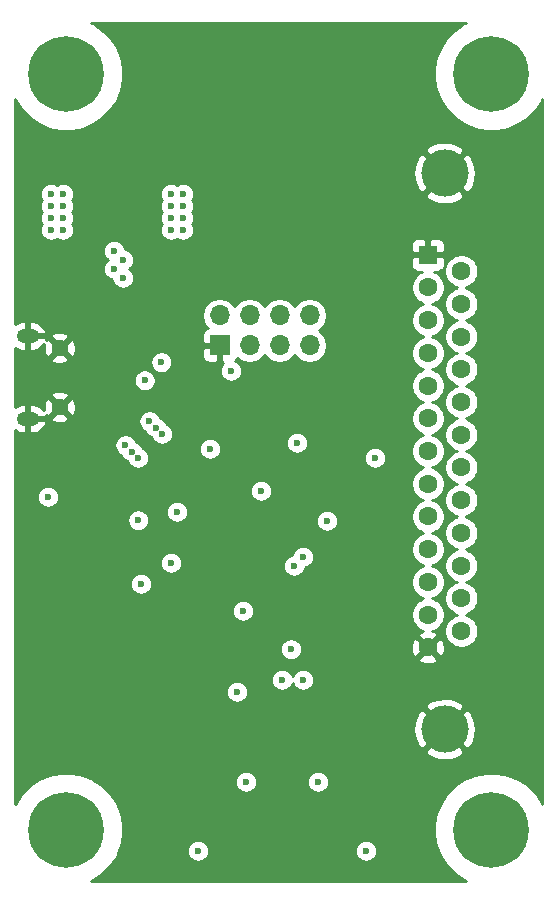
<source format=gbr>
%TF.GenerationSoftware,KiCad,Pcbnew,(5.1.8)-1*%
%TF.CreationDate,2021-01-03T14:31:24+10:00*%
%TF.ProjectId,OpenRetroPad,4f70656e-5265-4747-926f-5061642e6b69,rev?*%
%TF.SameCoordinates,Original*%
%TF.FileFunction,Copper,L2,Inr*%
%TF.FilePolarity,Positive*%
%FSLAX46Y46*%
G04 Gerber Fmt 4.6, Leading zero omitted, Abs format (unit mm)*
G04 Created by KiCad (PCBNEW (5.1.8)-1) date 2021-01-03 14:31:24*
%MOMM*%
%LPD*%
G01*
G04 APERTURE LIST*
%TA.AperFunction,ComponentPad*%
%ADD10O,1.900000X1.200000*%
%TD*%
%TA.AperFunction,ComponentPad*%
%ADD11C,1.450000*%
%TD*%
%TA.AperFunction,ComponentPad*%
%ADD12O,1.700000X1.700000*%
%TD*%
%TA.AperFunction,ComponentPad*%
%ADD13R,1.700000X1.700000*%
%TD*%
%TA.AperFunction,ComponentPad*%
%ADD14C,0.500000*%
%TD*%
%TA.AperFunction,ComponentPad*%
%ADD15C,0.800000*%
%TD*%
%TA.AperFunction,ComponentPad*%
%ADD16C,6.400000*%
%TD*%
%TA.AperFunction,ComponentPad*%
%ADD17C,4.000000*%
%TD*%
%TA.AperFunction,ComponentPad*%
%ADD18C,1.600000*%
%TD*%
%TA.AperFunction,ComponentPad*%
%ADD19R,1.600000X1.600000*%
%TD*%
%TA.AperFunction,ViaPad*%
%ADD20C,0.600000*%
%TD*%
%TA.AperFunction,Conductor*%
%ADD21C,0.254000*%
%TD*%
%TA.AperFunction,Conductor*%
%ADD22C,0.100000*%
%TD*%
G04 APERTURE END LIST*
D10*
%TO.N,GND*%
%TO.C,J1*%
X108522500Y-91430000D03*
X108522500Y-84430000D03*
D11*
X111222500Y-90430000D03*
X111222500Y-85430000D03*
%TD*%
D12*
%TO.N,PF1*%
%TO.C,J2*%
X132380000Y-82690000D03*
%TO.N,PB2*%
X129840000Y-82690000D03*
%TO.N,PB4*%
X127300000Y-82690000D03*
%TO.N,+3V3*%
X124760000Y-82690000D03*
%TO.N,PB3*%
X132380000Y-85230000D03*
%TO.N,PB1*%
X129840000Y-85230000D03*
%TO.N,PB5*%
X127300000Y-85230000D03*
D13*
%TO.N,GND*%
X124760000Y-85230000D03*
%TD*%
D14*
%TO.N,GND*%
%TO.C,U2*%
X125832454Y-105063713D03*
X125010442Y-104241701D03*
X124188431Y-103419689D03*
X123366419Y-102597678D03*
X122544407Y-101775666D03*
X126654466Y-104241701D03*
X125832454Y-103419689D03*
X125010442Y-102597678D03*
X124188431Y-101775666D03*
X123366419Y-100953654D03*
X127476477Y-103419689D03*
X126654466Y-102597678D03*
X125832454Y-101775666D03*
X125010442Y-100953654D03*
X124188431Y-100131643D03*
X128298489Y-102597678D03*
X127476477Y-101775666D03*
X126654466Y-100953654D03*
X125832454Y-100131643D03*
X125010442Y-99309631D03*
X129120501Y-101775666D03*
X128298489Y-100953654D03*
X127476477Y-100131643D03*
X126654466Y-99309631D03*
X125832454Y-98487619D03*
%TD*%
D15*
%TO.N,N/C*%
%TO.C,H4*%
X149457056Y-124532944D03*
X147760000Y-123830000D03*
X146062944Y-124532944D03*
X145360000Y-126230000D03*
X146062944Y-127927056D03*
X147760000Y-128630000D03*
X149457056Y-127927056D03*
X150160000Y-126230000D03*
D16*
X147760000Y-126230000D03*
%TD*%
D15*
%TO.N,N/C*%
%TO.C,H3*%
X113457056Y-124532944D03*
X111760000Y-123830000D03*
X110062944Y-124532944D03*
X109360000Y-126230000D03*
X110062944Y-127927056D03*
X111760000Y-128630000D03*
X113457056Y-127927056D03*
X114160000Y-126230000D03*
D16*
X111760000Y-126230000D03*
%TD*%
D15*
%TO.N,N/C*%
%TO.C,H2*%
X149457056Y-60532944D03*
X147760000Y-59830000D03*
X146062944Y-60532944D03*
X145360000Y-62230000D03*
X146062944Y-63927056D03*
X147760000Y-64630000D03*
X149457056Y-63927056D03*
X150160000Y-62230000D03*
D16*
X147760000Y-62230000D03*
%TD*%
D15*
%TO.N,N/C*%
%TO.C,H1*%
X113457056Y-60532944D03*
X111760000Y-59830000D03*
X110062944Y-60532944D03*
X109360000Y-62230000D03*
X110062944Y-63927056D03*
X111760000Y-64630000D03*
X113457056Y-63927056D03*
X114160000Y-62230000D03*
D16*
X111760000Y-62230000D03*
%TD*%
D17*
%TO.N,GND*%
%TO.C,J3*%
X143810000Y-70620000D03*
X143810000Y-117720000D03*
D18*
%TO.N,+5V*%
X145230000Y-109405000D03*
%TO.N,PD0*%
X145230000Y-106635000D03*
%TO.N,PD2*%
X145230000Y-103865000D03*
%TO.N,PD4*%
X145230000Y-101095000D03*
%TO.N,PB4*%
X145230000Y-98325000D03*
%TO.N,PB6*%
X145230000Y-95555000D03*
%TO.N,PC6*%
X145230000Y-92785000D03*
%TO.N,PF6*%
X145230000Y-90015000D03*
%TO.N,PF4*%
X145230000Y-87245000D03*
%TO.N,PB1*%
X145230000Y-84475000D03*
%TO.N,PB3*%
X145230000Y-81705000D03*
%TO.N,+5V*%
X145230000Y-78935000D03*
%TO.N,GND*%
X142390000Y-110790000D03*
%TO.N,+3V3*%
X142390000Y-108020000D03*
%TO.N,PD1*%
X142390000Y-105250000D03*
%TO.N,PD3*%
X142390000Y-102480000D03*
%TO.N,PD7*%
X142390000Y-99710000D03*
%TO.N,PB5*%
X142390000Y-96940000D03*
%TO.N,Net-(J3-Pad7)*%
X142390000Y-94170000D03*
%TO.N,PF7*%
X142390000Y-91400000D03*
%TO.N,PF5*%
X142390000Y-88630000D03*
%TO.N,PE6*%
X142390000Y-85860000D03*
%TO.N,PB2*%
X142390000Y-83090000D03*
%TO.N,+3V3*%
X142390000Y-80320000D03*
D19*
%TO.N,GND*%
X142390000Y-77550000D03*
%TD*%
D20*
%TO.N,GND*%
X117348000Y-96520000D03*
X114046000Y-108204000D03*
X119126000Y-114046000D03*
X116840000Y-104139990D03*
X135636000Y-128016000D03*
X124460000Y-128016000D03*
X122682000Y-92709996D03*
X120904000Y-106426000D03*
X116332000Y-111506000D03*
X130048000Y-122174000D03*
X112014000Y-98044000D03*
X113860000Y-84030000D03*
X116052000Y-69622006D03*
%TO.N,+5V*%
X131318000Y-93472000D03*
X133858000Y-100076000D03*
X123952000Y-93980000D03*
X117866738Y-100030000D03*
X118110000Y-105410000D03*
X137160000Y-128016000D03*
X122936000Y-128016000D03*
X130810000Y-110951998D03*
X137922000Y-94742000D03*
X110236000Y-98044000D03*
X119824030Y-86642030D03*
X118410493Y-88183507D03*
%TO.N,+3V3*%
X121666000Y-72390000D03*
X121666000Y-73406000D03*
X121666000Y-74422000D03*
X121666000Y-75438000D03*
X110490000Y-72390000D03*
X110490000Y-73406000D03*
X110490000Y-74422000D03*
X110490000Y-75438000D03*
X111506000Y-75438000D03*
X111506000Y-74422000D03*
X111506000Y-73406000D03*
X111506000Y-72390000D03*
X120650000Y-75438000D03*
X120650000Y-74422000D03*
X120650000Y-73406000D03*
X120650000Y-72390000D03*
X116586000Y-79502000D03*
X115824000Y-78740000D03*
X116586000Y-77978000D03*
X115824000Y-77216000D03*
%TO.N,PB2*%
X119355972Y-92177972D03*
X117323972Y-94209972D03*
%TO.N,PB1*%
X119888000Y-92710000D03*
X117856000Y-94742000D03*
%TO.N,PB3*%
X118823943Y-91645943D03*
X116791943Y-93677943D03*
%TO.N,PE2*%
X133096000Y-122174000D03*
X131826000Y-103124000D03*
%TO.N,RESET*%
X120650000Y-103632000D03*
X127000000Y-122174000D03*
%TO.N,PF1*%
X128270000Y-97536000D03*
X125730000Y-87376000D03*
%TO.N,PC7*%
X131064000Y-103886000D03*
X131826000Y-113538000D03*
%TO.N,PB0*%
X121158000Y-99314000D03*
X126238000Y-114554000D03*
%TO.N,PD5*%
X126746000Y-107696000D03*
X130048000Y-113538000D03*
%TD*%
D21*
%TO.N,GND*%
X145473558Y-57952368D02*
X144682967Y-58480624D01*
X144010624Y-59152967D01*
X143482368Y-59943558D01*
X143118499Y-60822016D01*
X142933000Y-61754582D01*
X142933000Y-62705418D01*
X143118499Y-63637984D01*
X143482368Y-64516442D01*
X144010624Y-65307033D01*
X144682967Y-65979376D01*
X145473558Y-66507632D01*
X146352016Y-66871501D01*
X147284582Y-67057000D01*
X148235418Y-67057000D01*
X149167984Y-66871501D01*
X150046442Y-66507632D01*
X150837033Y-65979376D01*
X151509376Y-65307033D01*
X152037632Y-64516442D01*
X152100001Y-64365870D01*
X152100000Y-124094128D01*
X152037632Y-123943558D01*
X151509376Y-123152967D01*
X150837033Y-122480624D01*
X150046442Y-121952368D01*
X149167984Y-121588499D01*
X148235418Y-121403000D01*
X147284582Y-121403000D01*
X146352016Y-121588499D01*
X145473558Y-121952368D01*
X144682967Y-122480624D01*
X144010624Y-123152967D01*
X143482368Y-123943558D01*
X143118499Y-124822016D01*
X142933000Y-125754582D01*
X142933000Y-126705418D01*
X143118499Y-127637984D01*
X143482368Y-128516442D01*
X144010624Y-129307033D01*
X144682967Y-129979376D01*
X145473558Y-130507632D01*
X145624128Y-130570000D01*
X113895872Y-130570000D01*
X114046442Y-130507632D01*
X114837033Y-129979376D01*
X115509376Y-129307033D01*
X116037632Y-128516442D01*
X116283066Y-127923911D01*
X122001000Y-127923911D01*
X122001000Y-128108089D01*
X122036932Y-128288729D01*
X122107414Y-128458889D01*
X122209738Y-128612028D01*
X122339972Y-128742262D01*
X122493111Y-128844586D01*
X122663271Y-128915068D01*
X122843911Y-128951000D01*
X123028089Y-128951000D01*
X123208729Y-128915068D01*
X123378889Y-128844586D01*
X123532028Y-128742262D01*
X123662262Y-128612028D01*
X123764586Y-128458889D01*
X123835068Y-128288729D01*
X123871000Y-128108089D01*
X123871000Y-127923911D01*
X136225000Y-127923911D01*
X136225000Y-128108089D01*
X136260932Y-128288729D01*
X136331414Y-128458889D01*
X136433738Y-128612028D01*
X136563972Y-128742262D01*
X136717111Y-128844586D01*
X136887271Y-128915068D01*
X137067911Y-128951000D01*
X137252089Y-128951000D01*
X137432729Y-128915068D01*
X137602889Y-128844586D01*
X137756028Y-128742262D01*
X137886262Y-128612028D01*
X137988586Y-128458889D01*
X138059068Y-128288729D01*
X138095000Y-128108089D01*
X138095000Y-127923911D01*
X138059068Y-127743271D01*
X137988586Y-127573111D01*
X137886262Y-127419972D01*
X137756028Y-127289738D01*
X137602889Y-127187414D01*
X137432729Y-127116932D01*
X137252089Y-127081000D01*
X137067911Y-127081000D01*
X136887271Y-127116932D01*
X136717111Y-127187414D01*
X136563972Y-127289738D01*
X136433738Y-127419972D01*
X136331414Y-127573111D01*
X136260932Y-127743271D01*
X136225000Y-127923911D01*
X123871000Y-127923911D01*
X123835068Y-127743271D01*
X123764586Y-127573111D01*
X123662262Y-127419972D01*
X123532028Y-127289738D01*
X123378889Y-127187414D01*
X123208729Y-127116932D01*
X123028089Y-127081000D01*
X122843911Y-127081000D01*
X122663271Y-127116932D01*
X122493111Y-127187414D01*
X122339972Y-127289738D01*
X122209738Y-127419972D01*
X122107414Y-127573111D01*
X122036932Y-127743271D01*
X122001000Y-127923911D01*
X116283066Y-127923911D01*
X116401501Y-127637984D01*
X116587000Y-126705418D01*
X116587000Y-125754582D01*
X116401501Y-124822016D01*
X116037632Y-123943558D01*
X115509376Y-123152967D01*
X114837033Y-122480624D01*
X114240317Y-122081911D01*
X126065000Y-122081911D01*
X126065000Y-122266089D01*
X126100932Y-122446729D01*
X126171414Y-122616889D01*
X126273738Y-122770028D01*
X126403972Y-122900262D01*
X126557111Y-123002586D01*
X126727271Y-123073068D01*
X126907911Y-123109000D01*
X127092089Y-123109000D01*
X127272729Y-123073068D01*
X127442889Y-123002586D01*
X127596028Y-122900262D01*
X127726262Y-122770028D01*
X127828586Y-122616889D01*
X127899068Y-122446729D01*
X127935000Y-122266089D01*
X127935000Y-122081911D01*
X132161000Y-122081911D01*
X132161000Y-122266089D01*
X132196932Y-122446729D01*
X132267414Y-122616889D01*
X132369738Y-122770028D01*
X132499972Y-122900262D01*
X132653111Y-123002586D01*
X132823271Y-123073068D01*
X133003911Y-123109000D01*
X133188089Y-123109000D01*
X133368729Y-123073068D01*
X133538889Y-123002586D01*
X133692028Y-122900262D01*
X133822262Y-122770028D01*
X133924586Y-122616889D01*
X133995068Y-122446729D01*
X134031000Y-122266089D01*
X134031000Y-122081911D01*
X133995068Y-121901271D01*
X133924586Y-121731111D01*
X133822262Y-121577972D01*
X133692028Y-121447738D01*
X133538889Y-121345414D01*
X133368729Y-121274932D01*
X133188089Y-121239000D01*
X133003911Y-121239000D01*
X132823271Y-121274932D01*
X132653111Y-121345414D01*
X132499972Y-121447738D01*
X132369738Y-121577972D01*
X132267414Y-121731111D01*
X132196932Y-121901271D01*
X132161000Y-122081911D01*
X127935000Y-122081911D01*
X127899068Y-121901271D01*
X127828586Y-121731111D01*
X127726262Y-121577972D01*
X127596028Y-121447738D01*
X127442889Y-121345414D01*
X127272729Y-121274932D01*
X127092089Y-121239000D01*
X126907911Y-121239000D01*
X126727271Y-121274932D01*
X126557111Y-121345414D01*
X126403972Y-121447738D01*
X126273738Y-121577972D01*
X126171414Y-121731111D01*
X126100932Y-121901271D01*
X126065000Y-122081911D01*
X114240317Y-122081911D01*
X114046442Y-121952368D01*
X113167984Y-121588499D01*
X112235418Y-121403000D01*
X111284582Y-121403000D01*
X110352016Y-121588499D01*
X109473558Y-121952368D01*
X108682967Y-122480624D01*
X108010624Y-123152967D01*
X107482368Y-123943558D01*
X107420000Y-124094128D01*
X107420000Y-119567499D01*
X142142106Y-119567499D01*
X142358228Y-119934258D01*
X142818105Y-120174938D01*
X143316098Y-120321275D01*
X143833071Y-120367648D01*
X144349159Y-120312273D01*
X144844526Y-120157279D01*
X145261772Y-119934258D01*
X145477894Y-119567499D01*
X143810000Y-117899605D01*
X142142106Y-119567499D01*
X107420000Y-119567499D01*
X107420000Y-117743071D01*
X141162352Y-117743071D01*
X141217727Y-118259159D01*
X141372721Y-118754526D01*
X141595742Y-119171772D01*
X141962501Y-119387894D01*
X143630395Y-117720000D01*
X143989605Y-117720000D01*
X145657499Y-119387894D01*
X146024258Y-119171772D01*
X146264938Y-118711895D01*
X146411275Y-118213902D01*
X146457648Y-117696929D01*
X146402273Y-117180841D01*
X146247279Y-116685474D01*
X146024258Y-116268228D01*
X145657499Y-116052106D01*
X143989605Y-117720000D01*
X143630395Y-117720000D01*
X141962501Y-116052106D01*
X141595742Y-116268228D01*
X141355062Y-116728105D01*
X141208725Y-117226098D01*
X141162352Y-117743071D01*
X107420000Y-117743071D01*
X107420000Y-115872501D01*
X142142106Y-115872501D01*
X143810000Y-117540395D01*
X145477894Y-115872501D01*
X145261772Y-115505742D01*
X144801895Y-115265062D01*
X144303902Y-115118725D01*
X143786929Y-115072352D01*
X143270841Y-115127727D01*
X142775474Y-115282721D01*
X142358228Y-115505742D01*
X142142106Y-115872501D01*
X107420000Y-115872501D01*
X107420000Y-114461911D01*
X125303000Y-114461911D01*
X125303000Y-114646089D01*
X125338932Y-114826729D01*
X125409414Y-114996889D01*
X125511738Y-115150028D01*
X125641972Y-115280262D01*
X125795111Y-115382586D01*
X125965271Y-115453068D01*
X126145911Y-115489000D01*
X126330089Y-115489000D01*
X126510729Y-115453068D01*
X126680889Y-115382586D01*
X126834028Y-115280262D01*
X126964262Y-115150028D01*
X127066586Y-114996889D01*
X127137068Y-114826729D01*
X127173000Y-114646089D01*
X127173000Y-114461911D01*
X127137068Y-114281271D01*
X127066586Y-114111111D01*
X126964262Y-113957972D01*
X126834028Y-113827738D01*
X126680889Y-113725414D01*
X126510729Y-113654932D01*
X126330089Y-113619000D01*
X126145911Y-113619000D01*
X125965271Y-113654932D01*
X125795111Y-113725414D01*
X125641972Y-113827738D01*
X125511738Y-113957972D01*
X125409414Y-114111111D01*
X125338932Y-114281271D01*
X125303000Y-114461911D01*
X107420000Y-114461911D01*
X107420000Y-113445911D01*
X129113000Y-113445911D01*
X129113000Y-113630089D01*
X129148932Y-113810729D01*
X129219414Y-113980889D01*
X129321738Y-114134028D01*
X129451972Y-114264262D01*
X129605111Y-114366586D01*
X129775271Y-114437068D01*
X129955911Y-114473000D01*
X130140089Y-114473000D01*
X130320729Y-114437068D01*
X130490889Y-114366586D01*
X130644028Y-114264262D01*
X130774262Y-114134028D01*
X130876586Y-113980889D01*
X130937000Y-113835036D01*
X130997414Y-113980889D01*
X131099738Y-114134028D01*
X131229972Y-114264262D01*
X131383111Y-114366586D01*
X131553271Y-114437068D01*
X131733911Y-114473000D01*
X131918089Y-114473000D01*
X132098729Y-114437068D01*
X132268889Y-114366586D01*
X132422028Y-114264262D01*
X132552262Y-114134028D01*
X132654586Y-113980889D01*
X132725068Y-113810729D01*
X132761000Y-113630089D01*
X132761000Y-113445911D01*
X132725068Y-113265271D01*
X132654586Y-113095111D01*
X132552262Y-112941972D01*
X132422028Y-112811738D01*
X132268889Y-112709414D01*
X132098729Y-112638932D01*
X131918089Y-112603000D01*
X131733911Y-112603000D01*
X131553271Y-112638932D01*
X131383111Y-112709414D01*
X131229972Y-112811738D01*
X131099738Y-112941972D01*
X130997414Y-113095111D01*
X130937000Y-113240964D01*
X130876586Y-113095111D01*
X130774262Y-112941972D01*
X130644028Y-112811738D01*
X130490889Y-112709414D01*
X130320729Y-112638932D01*
X130140089Y-112603000D01*
X129955911Y-112603000D01*
X129775271Y-112638932D01*
X129605111Y-112709414D01*
X129451972Y-112811738D01*
X129321738Y-112941972D01*
X129219414Y-113095111D01*
X129148932Y-113265271D01*
X129113000Y-113445911D01*
X107420000Y-113445911D01*
X107420000Y-110859909D01*
X129875000Y-110859909D01*
X129875000Y-111044087D01*
X129910932Y-111224727D01*
X129981414Y-111394887D01*
X130083738Y-111548026D01*
X130213972Y-111678260D01*
X130367111Y-111780584D01*
X130537271Y-111851066D01*
X130717911Y-111886998D01*
X130902089Y-111886998D01*
X131082729Y-111851066D01*
X131247775Y-111782702D01*
X141576903Y-111782702D01*
X141648486Y-112026671D01*
X141903996Y-112147571D01*
X142178184Y-112216300D01*
X142460512Y-112230217D01*
X142740130Y-112188787D01*
X143006292Y-112093603D01*
X143131514Y-112026671D01*
X143203097Y-111782702D01*
X142390000Y-110969605D01*
X141576903Y-111782702D01*
X131247775Y-111782702D01*
X131252889Y-111780584D01*
X131406028Y-111678260D01*
X131536262Y-111548026D01*
X131638586Y-111394887D01*
X131709068Y-111224727D01*
X131745000Y-111044087D01*
X131745000Y-110860512D01*
X140949783Y-110860512D01*
X140991213Y-111140130D01*
X141086397Y-111406292D01*
X141153329Y-111531514D01*
X141397298Y-111603097D01*
X142210395Y-110790000D01*
X142569605Y-110790000D01*
X143382702Y-111603097D01*
X143626671Y-111531514D01*
X143747571Y-111276004D01*
X143816300Y-111001816D01*
X143830217Y-110719488D01*
X143788787Y-110439870D01*
X143693603Y-110173708D01*
X143626671Y-110048486D01*
X143382702Y-109976903D01*
X142569605Y-110790000D01*
X142210395Y-110790000D01*
X141397298Y-109976903D01*
X141153329Y-110048486D01*
X141032429Y-110303996D01*
X140963700Y-110578184D01*
X140949783Y-110860512D01*
X131745000Y-110860512D01*
X131745000Y-110859909D01*
X131709068Y-110679269D01*
X131638586Y-110509109D01*
X131536262Y-110355970D01*
X131406028Y-110225736D01*
X131252889Y-110123412D01*
X131082729Y-110052930D01*
X130902089Y-110016998D01*
X130717911Y-110016998D01*
X130537271Y-110052930D01*
X130367111Y-110123412D01*
X130213972Y-110225736D01*
X130083738Y-110355970D01*
X129981414Y-110509109D01*
X129910932Y-110679269D01*
X129875000Y-110859909D01*
X107420000Y-110859909D01*
X107420000Y-107603911D01*
X125811000Y-107603911D01*
X125811000Y-107788089D01*
X125846932Y-107968729D01*
X125917414Y-108138889D01*
X126019738Y-108292028D01*
X126149972Y-108422262D01*
X126303111Y-108524586D01*
X126473271Y-108595068D01*
X126653911Y-108631000D01*
X126838089Y-108631000D01*
X127018729Y-108595068D01*
X127188889Y-108524586D01*
X127342028Y-108422262D01*
X127472262Y-108292028D01*
X127574586Y-108138889D01*
X127645068Y-107968729D01*
X127681000Y-107788089D01*
X127681000Y-107603911D01*
X127645068Y-107423271D01*
X127574586Y-107253111D01*
X127472262Y-107099972D01*
X127342028Y-106969738D01*
X127188889Y-106867414D01*
X127018729Y-106796932D01*
X126838089Y-106761000D01*
X126653911Y-106761000D01*
X126473271Y-106796932D01*
X126303111Y-106867414D01*
X126149972Y-106969738D01*
X126019738Y-107099972D01*
X125917414Y-107253111D01*
X125846932Y-107423271D01*
X125811000Y-107603911D01*
X107420000Y-107603911D01*
X107420000Y-105317911D01*
X117175000Y-105317911D01*
X117175000Y-105502089D01*
X117210932Y-105682729D01*
X117281414Y-105852889D01*
X117383738Y-106006028D01*
X117513972Y-106136262D01*
X117667111Y-106238586D01*
X117837271Y-106309068D01*
X118017911Y-106345000D01*
X118202089Y-106345000D01*
X118382729Y-106309068D01*
X118552889Y-106238586D01*
X118706028Y-106136262D01*
X118836262Y-106006028D01*
X118938586Y-105852889D01*
X119009068Y-105682729D01*
X119045000Y-105502089D01*
X119045000Y-105317911D01*
X119009068Y-105137271D01*
X118938586Y-104967111D01*
X118836262Y-104813972D01*
X118706028Y-104683738D01*
X118552889Y-104581414D01*
X118382729Y-104510932D01*
X118202089Y-104475000D01*
X118017911Y-104475000D01*
X117837271Y-104510932D01*
X117667111Y-104581414D01*
X117513972Y-104683738D01*
X117383738Y-104813972D01*
X117281414Y-104967111D01*
X117210932Y-105137271D01*
X117175000Y-105317911D01*
X107420000Y-105317911D01*
X107420000Y-103539911D01*
X119715000Y-103539911D01*
X119715000Y-103724089D01*
X119750932Y-103904729D01*
X119821414Y-104074889D01*
X119923738Y-104228028D01*
X120053972Y-104358262D01*
X120207111Y-104460586D01*
X120377271Y-104531068D01*
X120557911Y-104567000D01*
X120742089Y-104567000D01*
X120922729Y-104531068D01*
X121092889Y-104460586D01*
X121246028Y-104358262D01*
X121376262Y-104228028D01*
X121478586Y-104074889D01*
X121549068Y-103904729D01*
X121571111Y-103793911D01*
X130129000Y-103793911D01*
X130129000Y-103978089D01*
X130164932Y-104158729D01*
X130235414Y-104328889D01*
X130337738Y-104482028D01*
X130467972Y-104612262D01*
X130621111Y-104714586D01*
X130791271Y-104785068D01*
X130971911Y-104821000D01*
X131156089Y-104821000D01*
X131336729Y-104785068D01*
X131506889Y-104714586D01*
X131660028Y-104612262D01*
X131790262Y-104482028D01*
X131892586Y-104328889D01*
X131963068Y-104158729D01*
X131985576Y-104045576D01*
X132098729Y-104023068D01*
X132268889Y-103952586D01*
X132422028Y-103850262D01*
X132552262Y-103720028D01*
X132654586Y-103566889D01*
X132725068Y-103396729D01*
X132761000Y-103216089D01*
X132761000Y-103031911D01*
X132725068Y-102851271D01*
X132654586Y-102681111D01*
X132552262Y-102527972D01*
X132422028Y-102397738D01*
X132268889Y-102295414D01*
X132098729Y-102224932D01*
X131918089Y-102189000D01*
X131733911Y-102189000D01*
X131553271Y-102224932D01*
X131383111Y-102295414D01*
X131229972Y-102397738D01*
X131099738Y-102527972D01*
X130997414Y-102681111D01*
X130926932Y-102851271D01*
X130904424Y-102964424D01*
X130791271Y-102986932D01*
X130621111Y-103057414D01*
X130467972Y-103159738D01*
X130337738Y-103289972D01*
X130235414Y-103443111D01*
X130164932Y-103613271D01*
X130129000Y-103793911D01*
X121571111Y-103793911D01*
X121585000Y-103724089D01*
X121585000Y-103539911D01*
X121549068Y-103359271D01*
X121478586Y-103189111D01*
X121376262Y-103035972D01*
X121246028Y-102905738D01*
X121092889Y-102803414D01*
X120922729Y-102732932D01*
X120742089Y-102697000D01*
X120557911Y-102697000D01*
X120377271Y-102732932D01*
X120207111Y-102803414D01*
X120053972Y-102905738D01*
X119923738Y-103035972D01*
X119821414Y-103189111D01*
X119750932Y-103359271D01*
X119715000Y-103539911D01*
X107420000Y-103539911D01*
X107420000Y-99937911D01*
X116931738Y-99937911D01*
X116931738Y-100122089D01*
X116967670Y-100302729D01*
X117038152Y-100472889D01*
X117140476Y-100626028D01*
X117270710Y-100756262D01*
X117423849Y-100858586D01*
X117594009Y-100929068D01*
X117774649Y-100965000D01*
X117958827Y-100965000D01*
X118139467Y-100929068D01*
X118309627Y-100858586D01*
X118462766Y-100756262D01*
X118593000Y-100626028D01*
X118695324Y-100472889D01*
X118765806Y-100302729D01*
X118801738Y-100122089D01*
X118801738Y-99937911D01*
X118765806Y-99757271D01*
X118695324Y-99587111D01*
X118593000Y-99433972D01*
X118462766Y-99303738D01*
X118340303Y-99221911D01*
X120223000Y-99221911D01*
X120223000Y-99406089D01*
X120258932Y-99586729D01*
X120329414Y-99756889D01*
X120431738Y-99910028D01*
X120561972Y-100040262D01*
X120715111Y-100142586D01*
X120885271Y-100213068D01*
X121065911Y-100249000D01*
X121250089Y-100249000D01*
X121430729Y-100213068D01*
X121600889Y-100142586D01*
X121754028Y-100040262D01*
X121810379Y-99983911D01*
X132923000Y-99983911D01*
X132923000Y-100168089D01*
X132958932Y-100348729D01*
X133029414Y-100518889D01*
X133131738Y-100672028D01*
X133261972Y-100802262D01*
X133415111Y-100904586D01*
X133585271Y-100975068D01*
X133765911Y-101011000D01*
X133950089Y-101011000D01*
X134130729Y-100975068D01*
X134300889Y-100904586D01*
X134454028Y-100802262D01*
X134584262Y-100672028D01*
X134686586Y-100518889D01*
X134757068Y-100348729D01*
X134793000Y-100168089D01*
X134793000Y-99983911D01*
X134757068Y-99803271D01*
X134686586Y-99633111D01*
X134584262Y-99479972D01*
X134454028Y-99349738D01*
X134300889Y-99247414D01*
X134130729Y-99176932D01*
X133950089Y-99141000D01*
X133765911Y-99141000D01*
X133585271Y-99176932D01*
X133415111Y-99247414D01*
X133261972Y-99349738D01*
X133131738Y-99479972D01*
X133029414Y-99633111D01*
X132958932Y-99803271D01*
X132923000Y-99983911D01*
X121810379Y-99983911D01*
X121884262Y-99910028D01*
X121986586Y-99756889D01*
X122057068Y-99586729D01*
X122093000Y-99406089D01*
X122093000Y-99221911D01*
X122057068Y-99041271D01*
X121986586Y-98871111D01*
X121884262Y-98717972D01*
X121754028Y-98587738D01*
X121600889Y-98485414D01*
X121430729Y-98414932D01*
X121250089Y-98379000D01*
X121065911Y-98379000D01*
X120885271Y-98414932D01*
X120715111Y-98485414D01*
X120561972Y-98587738D01*
X120431738Y-98717972D01*
X120329414Y-98871111D01*
X120258932Y-99041271D01*
X120223000Y-99221911D01*
X118340303Y-99221911D01*
X118309627Y-99201414D01*
X118139467Y-99130932D01*
X117958827Y-99095000D01*
X117774649Y-99095000D01*
X117594009Y-99130932D01*
X117423849Y-99201414D01*
X117270710Y-99303738D01*
X117140476Y-99433972D01*
X117038152Y-99587111D01*
X116967670Y-99757271D01*
X116931738Y-99937911D01*
X107420000Y-99937911D01*
X107420000Y-97951911D01*
X109301000Y-97951911D01*
X109301000Y-98136089D01*
X109336932Y-98316729D01*
X109407414Y-98486889D01*
X109509738Y-98640028D01*
X109639972Y-98770262D01*
X109793111Y-98872586D01*
X109963271Y-98943068D01*
X110143911Y-98979000D01*
X110328089Y-98979000D01*
X110508729Y-98943068D01*
X110678889Y-98872586D01*
X110832028Y-98770262D01*
X110962262Y-98640028D01*
X111064586Y-98486889D01*
X111135068Y-98316729D01*
X111171000Y-98136089D01*
X111171000Y-97951911D01*
X111135068Y-97771271D01*
X111064586Y-97601111D01*
X110962262Y-97447972D01*
X110958201Y-97443911D01*
X127335000Y-97443911D01*
X127335000Y-97628089D01*
X127370932Y-97808729D01*
X127441414Y-97978889D01*
X127543738Y-98132028D01*
X127673972Y-98262262D01*
X127827111Y-98364586D01*
X127997271Y-98435068D01*
X128177911Y-98471000D01*
X128362089Y-98471000D01*
X128542729Y-98435068D01*
X128712889Y-98364586D01*
X128866028Y-98262262D01*
X128996262Y-98132028D01*
X129098586Y-97978889D01*
X129169068Y-97808729D01*
X129205000Y-97628089D01*
X129205000Y-97443911D01*
X129169068Y-97263271D01*
X129098586Y-97093111D01*
X128996262Y-96939972D01*
X128866028Y-96809738D01*
X128712889Y-96707414D01*
X128542729Y-96636932D01*
X128362089Y-96601000D01*
X128177911Y-96601000D01*
X127997271Y-96636932D01*
X127827111Y-96707414D01*
X127673972Y-96809738D01*
X127543738Y-96939972D01*
X127441414Y-97093111D01*
X127370932Y-97263271D01*
X127335000Y-97443911D01*
X110958201Y-97443911D01*
X110832028Y-97317738D01*
X110678889Y-97215414D01*
X110508729Y-97144932D01*
X110328089Y-97109000D01*
X110143911Y-97109000D01*
X109963271Y-97144932D01*
X109793111Y-97215414D01*
X109639972Y-97317738D01*
X109509738Y-97447972D01*
X109407414Y-97601111D01*
X109336932Y-97771271D01*
X109301000Y-97951911D01*
X107420000Y-97951911D01*
X107420000Y-93585854D01*
X115856943Y-93585854D01*
X115856943Y-93770032D01*
X115892875Y-93950672D01*
X115963357Y-94120832D01*
X116065681Y-94273971D01*
X116195915Y-94404205D01*
X116349054Y-94506529D01*
X116452527Y-94549388D01*
X116495386Y-94652861D01*
X116597710Y-94806000D01*
X116727944Y-94936234D01*
X116881083Y-95038558D01*
X116984555Y-95081417D01*
X117027414Y-95184889D01*
X117129738Y-95338028D01*
X117259972Y-95468262D01*
X117413111Y-95570586D01*
X117583271Y-95641068D01*
X117763911Y-95677000D01*
X117948089Y-95677000D01*
X118128729Y-95641068D01*
X118298889Y-95570586D01*
X118452028Y-95468262D01*
X118582262Y-95338028D01*
X118684586Y-95184889D01*
X118755068Y-95014729D01*
X118791000Y-94834089D01*
X118791000Y-94649911D01*
X118755068Y-94469271D01*
X118684586Y-94299111D01*
X118582262Y-94145972D01*
X118452028Y-94015738D01*
X118298889Y-93913414D01*
X118237319Y-93887911D01*
X123017000Y-93887911D01*
X123017000Y-94072089D01*
X123052932Y-94252729D01*
X123123414Y-94422889D01*
X123225738Y-94576028D01*
X123355972Y-94706262D01*
X123509111Y-94808586D01*
X123679271Y-94879068D01*
X123859911Y-94915000D01*
X124044089Y-94915000D01*
X124224729Y-94879068D01*
X124394889Y-94808586D01*
X124548028Y-94706262D01*
X124604379Y-94649911D01*
X136987000Y-94649911D01*
X136987000Y-94834089D01*
X137022932Y-95014729D01*
X137093414Y-95184889D01*
X137195738Y-95338028D01*
X137325972Y-95468262D01*
X137479111Y-95570586D01*
X137649271Y-95641068D01*
X137829911Y-95677000D01*
X138014089Y-95677000D01*
X138194729Y-95641068D01*
X138364889Y-95570586D01*
X138518028Y-95468262D01*
X138648262Y-95338028D01*
X138750586Y-95184889D01*
X138821068Y-95014729D01*
X138857000Y-94834089D01*
X138857000Y-94649911D01*
X138821068Y-94469271D01*
X138750586Y-94299111D01*
X138648262Y-94145972D01*
X138518028Y-94015738D01*
X138364889Y-93913414D01*
X138194729Y-93842932D01*
X138014089Y-93807000D01*
X137829911Y-93807000D01*
X137649271Y-93842932D01*
X137479111Y-93913414D01*
X137325972Y-94015738D01*
X137195738Y-94145972D01*
X137093414Y-94299111D01*
X137022932Y-94469271D01*
X136987000Y-94649911D01*
X124604379Y-94649911D01*
X124678262Y-94576028D01*
X124780586Y-94422889D01*
X124851068Y-94252729D01*
X124887000Y-94072089D01*
X124887000Y-93887911D01*
X124851068Y-93707271D01*
X124780586Y-93537111D01*
X124678262Y-93383972D01*
X124674201Y-93379911D01*
X130383000Y-93379911D01*
X130383000Y-93564089D01*
X130418932Y-93744729D01*
X130489414Y-93914889D01*
X130591738Y-94068028D01*
X130721972Y-94198262D01*
X130875111Y-94300586D01*
X131045271Y-94371068D01*
X131225911Y-94407000D01*
X131410089Y-94407000D01*
X131590729Y-94371068D01*
X131760889Y-94300586D01*
X131914028Y-94198262D01*
X132044262Y-94068028D01*
X132146586Y-93914889D01*
X132217068Y-93744729D01*
X132253000Y-93564089D01*
X132253000Y-93379911D01*
X132217068Y-93199271D01*
X132146586Y-93029111D01*
X132044262Y-92875972D01*
X131914028Y-92745738D01*
X131760889Y-92643414D01*
X131590729Y-92572932D01*
X131410089Y-92537000D01*
X131225911Y-92537000D01*
X131045271Y-92572932D01*
X130875111Y-92643414D01*
X130721972Y-92745738D01*
X130591738Y-92875972D01*
X130489414Y-93029111D01*
X130418932Y-93199271D01*
X130383000Y-93379911D01*
X124674201Y-93379911D01*
X124548028Y-93253738D01*
X124394889Y-93151414D01*
X124224729Y-93080932D01*
X124044089Y-93045000D01*
X123859911Y-93045000D01*
X123679271Y-93080932D01*
X123509111Y-93151414D01*
X123355972Y-93253738D01*
X123225738Y-93383972D01*
X123123414Y-93537111D01*
X123052932Y-93707271D01*
X123017000Y-93887911D01*
X118237319Y-93887911D01*
X118195417Y-93870555D01*
X118152558Y-93767083D01*
X118050234Y-93613944D01*
X117920000Y-93483710D01*
X117766861Y-93381386D01*
X117663388Y-93338527D01*
X117620529Y-93235054D01*
X117518205Y-93081915D01*
X117387971Y-92951681D01*
X117234832Y-92849357D01*
X117064672Y-92778875D01*
X116884032Y-92742943D01*
X116699854Y-92742943D01*
X116519214Y-92778875D01*
X116349054Y-92849357D01*
X116195915Y-92951681D01*
X116065681Y-93081915D01*
X115963357Y-93235054D01*
X115892875Y-93405214D01*
X115856943Y-93585854D01*
X107420000Y-93585854D01*
X107420000Y-92412761D01*
X107582554Y-92522390D01*
X107807004Y-92616493D01*
X108045500Y-92665000D01*
X108395500Y-92665000D01*
X108395500Y-91557000D01*
X108649500Y-91557000D01*
X108649500Y-92665000D01*
X108999500Y-92665000D01*
X109237996Y-92616493D01*
X109462446Y-92522390D01*
X109664225Y-92386307D01*
X109835578Y-92213474D01*
X109969921Y-92010533D01*
X110062091Y-91785282D01*
X110065962Y-91747609D01*
X109941231Y-91557000D01*
X108649500Y-91557000D01*
X108395500Y-91557000D01*
X108375500Y-91557000D01*
X108375500Y-91369133D01*
X110462972Y-91369133D01*
X110525465Y-91605450D01*
X110768178Y-91718850D01*
X111028349Y-91782719D01*
X111295982Y-91794604D01*
X111560791Y-91754048D01*
X111812600Y-91662609D01*
X111919535Y-91605450D01*
X111933179Y-91553854D01*
X117888943Y-91553854D01*
X117888943Y-91738032D01*
X117924875Y-91918672D01*
X117995357Y-92088832D01*
X118097681Y-92241971D01*
X118227915Y-92372205D01*
X118381054Y-92474529D01*
X118484527Y-92517388D01*
X118527386Y-92620861D01*
X118629710Y-92774000D01*
X118759944Y-92904234D01*
X118913083Y-93006558D01*
X119016555Y-93049417D01*
X119059414Y-93152889D01*
X119161738Y-93306028D01*
X119291972Y-93436262D01*
X119445111Y-93538586D01*
X119615271Y-93609068D01*
X119795911Y-93645000D01*
X119980089Y-93645000D01*
X120160729Y-93609068D01*
X120330889Y-93538586D01*
X120484028Y-93436262D01*
X120614262Y-93306028D01*
X120716586Y-93152889D01*
X120787068Y-92982729D01*
X120823000Y-92802089D01*
X120823000Y-92617911D01*
X120787068Y-92437271D01*
X120716586Y-92267111D01*
X120614262Y-92113972D01*
X120484028Y-91983738D01*
X120330889Y-91881414D01*
X120227417Y-91838555D01*
X120184558Y-91735083D01*
X120082234Y-91581944D01*
X119952000Y-91451710D01*
X119798861Y-91349386D01*
X119695388Y-91306527D01*
X119652529Y-91203054D01*
X119550205Y-91049915D01*
X119419971Y-90919681D01*
X119266832Y-90817357D01*
X119096672Y-90746875D01*
X118916032Y-90710943D01*
X118731854Y-90710943D01*
X118551214Y-90746875D01*
X118381054Y-90817357D01*
X118227915Y-90919681D01*
X118097681Y-91049915D01*
X117995357Y-91203054D01*
X117924875Y-91373214D01*
X117888943Y-91553854D01*
X111933179Y-91553854D01*
X111982028Y-91369133D01*
X111222500Y-90609605D01*
X110462972Y-91369133D01*
X108375500Y-91369133D01*
X108375500Y-91303000D01*
X108395500Y-91303000D01*
X108395500Y-90195000D01*
X108649500Y-90195000D01*
X108649500Y-91303000D01*
X109941231Y-91303000D01*
X110055003Y-91129138D01*
X110283367Y-91189528D01*
X111042895Y-90430000D01*
X111402105Y-90430000D01*
X112161633Y-91189528D01*
X112397950Y-91127035D01*
X112511350Y-90884322D01*
X112575219Y-90624151D01*
X112587104Y-90356518D01*
X112546548Y-90091709D01*
X112455109Y-89839900D01*
X112397950Y-89732965D01*
X112161633Y-89670472D01*
X111402105Y-90430000D01*
X111042895Y-90430000D01*
X110283367Y-89670472D01*
X110047050Y-89732965D01*
X109933650Y-89975678D01*
X109869781Y-90235849D01*
X109857896Y-90503482D01*
X109893115Y-90733442D01*
X109835578Y-90646526D01*
X109664225Y-90473693D01*
X109462446Y-90337610D01*
X109237996Y-90243507D01*
X108999500Y-90195000D01*
X108649500Y-90195000D01*
X108395500Y-90195000D01*
X108045500Y-90195000D01*
X107807004Y-90243507D01*
X107582554Y-90337610D01*
X107420000Y-90447239D01*
X107420000Y-89490867D01*
X110462972Y-89490867D01*
X111222500Y-90250395D01*
X111982028Y-89490867D01*
X111919535Y-89254550D01*
X111676822Y-89141150D01*
X111416651Y-89077281D01*
X111149018Y-89065396D01*
X110884209Y-89105952D01*
X110632400Y-89197391D01*
X110525465Y-89254550D01*
X110462972Y-89490867D01*
X107420000Y-89490867D01*
X107420000Y-88091418D01*
X117475493Y-88091418D01*
X117475493Y-88275596D01*
X117511425Y-88456236D01*
X117581907Y-88626396D01*
X117684231Y-88779535D01*
X117814465Y-88909769D01*
X117967604Y-89012093D01*
X118137764Y-89082575D01*
X118318404Y-89118507D01*
X118502582Y-89118507D01*
X118683222Y-89082575D01*
X118853382Y-89012093D01*
X119006521Y-88909769D01*
X119136755Y-88779535D01*
X119239079Y-88626396D01*
X119309561Y-88456236D01*
X119345493Y-88275596D01*
X119345493Y-88091418D01*
X119309561Y-87910778D01*
X119239079Y-87740618D01*
X119136755Y-87587479D01*
X119006521Y-87457245D01*
X118853382Y-87354921D01*
X118683222Y-87284439D01*
X118502582Y-87248507D01*
X118318404Y-87248507D01*
X118137764Y-87284439D01*
X117967604Y-87354921D01*
X117814465Y-87457245D01*
X117684231Y-87587479D01*
X117581907Y-87740618D01*
X117511425Y-87910778D01*
X117475493Y-88091418D01*
X107420000Y-88091418D01*
X107420000Y-86369133D01*
X110462972Y-86369133D01*
X110525465Y-86605450D01*
X110768178Y-86718850D01*
X111028349Y-86782719D01*
X111295982Y-86794604D01*
X111560791Y-86754048D01*
X111812600Y-86662609D01*
X111919535Y-86605450D01*
X111934214Y-86549941D01*
X118889030Y-86549941D01*
X118889030Y-86734119D01*
X118924962Y-86914759D01*
X118995444Y-87084919D01*
X119097768Y-87238058D01*
X119228002Y-87368292D01*
X119381141Y-87470616D01*
X119551301Y-87541098D01*
X119731941Y-87577030D01*
X119916119Y-87577030D01*
X120096759Y-87541098D01*
X120266919Y-87470616D01*
X120420058Y-87368292D01*
X120550292Y-87238058D01*
X120652616Y-87084919D01*
X120723098Y-86914759D01*
X120759030Y-86734119D01*
X120759030Y-86549941D01*
X120723098Y-86369301D01*
X120652616Y-86199141D01*
X120573009Y-86080000D01*
X123271928Y-86080000D01*
X123284188Y-86204482D01*
X123320498Y-86324180D01*
X123379463Y-86434494D01*
X123458815Y-86531185D01*
X123555506Y-86610537D01*
X123665820Y-86669502D01*
X123785518Y-86705812D01*
X123910000Y-86718072D01*
X124474250Y-86715000D01*
X124633000Y-86556250D01*
X124633000Y-85357000D01*
X123433750Y-85357000D01*
X123275000Y-85515750D01*
X123271928Y-86080000D01*
X120573009Y-86080000D01*
X120550292Y-86046002D01*
X120420058Y-85915768D01*
X120266919Y-85813444D01*
X120096759Y-85742962D01*
X119916119Y-85707030D01*
X119731941Y-85707030D01*
X119551301Y-85742962D01*
X119381141Y-85813444D01*
X119228002Y-85915768D01*
X119097768Y-86046002D01*
X118995444Y-86199141D01*
X118924962Y-86369301D01*
X118889030Y-86549941D01*
X111934214Y-86549941D01*
X111982028Y-86369133D01*
X111222500Y-85609605D01*
X110462972Y-86369133D01*
X107420000Y-86369133D01*
X107420000Y-85412761D01*
X107582554Y-85522390D01*
X107807004Y-85616493D01*
X108045500Y-85665000D01*
X108395500Y-85665000D01*
X108395500Y-84557000D01*
X108649500Y-84557000D01*
X108649500Y-85665000D01*
X108999500Y-85665000D01*
X109237996Y-85616493D01*
X109462446Y-85522390D01*
X109664225Y-85386307D01*
X109835578Y-85213474D01*
X109898671Y-85118164D01*
X109869781Y-85235849D01*
X109857896Y-85503482D01*
X109898452Y-85768291D01*
X109989891Y-86020100D01*
X110047050Y-86127035D01*
X110283367Y-86189528D01*
X111042895Y-85430000D01*
X111402105Y-85430000D01*
X112161633Y-86189528D01*
X112397950Y-86127035D01*
X112511350Y-85884322D01*
X112575219Y-85624151D01*
X112587104Y-85356518D01*
X112546548Y-85091709D01*
X112455109Y-84839900D01*
X112397950Y-84732965D01*
X112161633Y-84670472D01*
X111402105Y-85430000D01*
X111042895Y-85430000D01*
X110283367Y-84670472D01*
X110055003Y-84730862D01*
X109941231Y-84557000D01*
X108649500Y-84557000D01*
X108395500Y-84557000D01*
X108375500Y-84557000D01*
X108375500Y-84490867D01*
X110462972Y-84490867D01*
X111222500Y-85250395D01*
X111982028Y-84490867D01*
X111952710Y-84380000D01*
X123271928Y-84380000D01*
X123275000Y-84944250D01*
X123433750Y-85103000D01*
X124633000Y-85103000D01*
X124633000Y-85083000D01*
X124887000Y-85083000D01*
X124887000Y-85103000D01*
X124907000Y-85103000D01*
X124907000Y-85357000D01*
X124887000Y-85357000D01*
X124887000Y-86556250D01*
X125045750Y-86715000D01*
X125068586Y-86715124D01*
X125003738Y-86779972D01*
X124901414Y-86933111D01*
X124830932Y-87103271D01*
X124795000Y-87283911D01*
X124795000Y-87468089D01*
X124830932Y-87648729D01*
X124901414Y-87818889D01*
X125003738Y-87972028D01*
X125133972Y-88102262D01*
X125287111Y-88204586D01*
X125457271Y-88275068D01*
X125637911Y-88311000D01*
X125822089Y-88311000D01*
X126002729Y-88275068D01*
X126172889Y-88204586D01*
X126326028Y-88102262D01*
X126456262Y-87972028D01*
X126558586Y-87818889D01*
X126629068Y-87648729D01*
X126665000Y-87468089D01*
X126665000Y-87283911D01*
X126629068Y-87103271D01*
X126558586Y-86933111D01*
X126456262Y-86779972D01*
X126326028Y-86649738D01*
X126172889Y-86547414D01*
X126079584Y-86508766D01*
X126140537Y-86434494D01*
X126199502Y-86324180D01*
X126221513Y-86251620D01*
X126353368Y-86383475D01*
X126596589Y-86545990D01*
X126866842Y-86657932D01*
X127153740Y-86715000D01*
X127446260Y-86715000D01*
X127733158Y-86657932D01*
X128003411Y-86545990D01*
X128246632Y-86383475D01*
X128453475Y-86176632D01*
X128570000Y-86002240D01*
X128686525Y-86176632D01*
X128893368Y-86383475D01*
X129136589Y-86545990D01*
X129406842Y-86657932D01*
X129693740Y-86715000D01*
X129986260Y-86715000D01*
X130273158Y-86657932D01*
X130543411Y-86545990D01*
X130786632Y-86383475D01*
X130993475Y-86176632D01*
X131110000Y-86002240D01*
X131226525Y-86176632D01*
X131433368Y-86383475D01*
X131676589Y-86545990D01*
X131946842Y-86657932D01*
X132233740Y-86715000D01*
X132526260Y-86715000D01*
X132813158Y-86657932D01*
X133083411Y-86545990D01*
X133326632Y-86383475D01*
X133533475Y-86176632D01*
X133695990Y-85933411D01*
X133807932Y-85663158D01*
X133865000Y-85376260D01*
X133865000Y-85083740D01*
X133807932Y-84796842D01*
X133695990Y-84526589D01*
X133533475Y-84283368D01*
X133326632Y-84076525D01*
X133152240Y-83960000D01*
X133326632Y-83843475D01*
X133533475Y-83636632D01*
X133695990Y-83393411D01*
X133807932Y-83123158D01*
X133865000Y-82836260D01*
X133865000Y-82543740D01*
X133807932Y-82256842D01*
X133695990Y-81986589D01*
X133533475Y-81743368D01*
X133326632Y-81536525D01*
X133083411Y-81374010D01*
X132813158Y-81262068D01*
X132526260Y-81205000D01*
X132233740Y-81205000D01*
X131946842Y-81262068D01*
X131676589Y-81374010D01*
X131433368Y-81536525D01*
X131226525Y-81743368D01*
X131110000Y-81917760D01*
X130993475Y-81743368D01*
X130786632Y-81536525D01*
X130543411Y-81374010D01*
X130273158Y-81262068D01*
X129986260Y-81205000D01*
X129693740Y-81205000D01*
X129406842Y-81262068D01*
X129136589Y-81374010D01*
X128893368Y-81536525D01*
X128686525Y-81743368D01*
X128570000Y-81917760D01*
X128453475Y-81743368D01*
X128246632Y-81536525D01*
X128003411Y-81374010D01*
X127733158Y-81262068D01*
X127446260Y-81205000D01*
X127153740Y-81205000D01*
X126866842Y-81262068D01*
X126596589Y-81374010D01*
X126353368Y-81536525D01*
X126146525Y-81743368D01*
X126030000Y-81917760D01*
X125913475Y-81743368D01*
X125706632Y-81536525D01*
X125463411Y-81374010D01*
X125193158Y-81262068D01*
X124906260Y-81205000D01*
X124613740Y-81205000D01*
X124326842Y-81262068D01*
X124056589Y-81374010D01*
X123813368Y-81536525D01*
X123606525Y-81743368D01*
X123444010Y-81986589D01*
X123332068Y-82256842D01*
X123275000Y-82543740D01*
X123275000Y-82836260D01*
X123332068Y-83123158D01*
X123444010Y-83393411D01*
X123606525Y-83636632D01*
X123738380Y-83768487D01*
X123665820Y-83790498D01*
X123555506Y-83849463D01*
X123458815Y-83928815D01*
X123379463Y-84025506D01*
X123320498Y-84135820D01*
X123284188Y-84255518D01*
X123271928Y-84380000D01*
X111952710Y-84380000D01*
X111919535Y-84254550D01*
X111676822Y-84141150D01*
X111416651Y-84077281D01*
X111149018Y-84065396D01*
X110884209Y-84105952D01*
X110632400Y-84197391D01*
X110525465Y-84254550D01*
X110462972Y-84490867D01*
X108375500Y-84490867D01*
X108375500Y-84303000D01*
X108395500Y-84303000D01*
X108395500Y-83195000D01*
X108649500Y-83195000D01*
X108649500Y-84303000D01*
X109941231Y-84303000D01*
X110065962Y-84112391D01*
X110062091Y-84074718D01*
X109969921Y-83849467D01*
X109835578Y-83646526D01*
X109664225Y-83473693D01*
X109462446Y-83337610D01*
X109237996Y-83243507D01*
X108999500Y-83195000D01*
X108649500Y-83195000D01*
X108395500Y-83195000D01*
X108045500Y-83195000D01*
X107807004Y-83243507D01*
X107582554Y-83337610D01*
X107420000Y-83447239D01*
X107420000Y-77123911D01*
X114889000Y-77123911D01*
X114889000Y-77308089D01*
X114924932Y-77488729D01*
X114995414Y-77658889D01*
X115097738Y-77812028D01*
X115227972Y-77942262D01*
X115281458Y-77978000D01*
X115227972Y-78013738D01*
X115097738Y-78143972D01*
X114995414Y-78297111D01*
X114924932Y-78467271D01*
X114889000Y-78647911D01*
X114889000Y-78832089D01*
X114924932Y-79012729D01*
X114995414Y-79182889D01*
X115097738Y-79336028D01*
X115227972Y-79466262D01*
X115381111Y-79568586D01*
X115551271Y-79639068D01*
X115664424Y-79661576D01*
X115686932Y-79774729D01*
X115757414Y-79944889D01*
X115859738Y-80098028D01*
X115989972Y-80228262D01*
X116143111Y-80330586D01*
X116313271Y-80401068D01*
X116493911Y-80437000D01*
X116678089Y-80437000D01*
X116858729Y-80401068D01*
X117028889Y-80330586D01*
X117182028Y-80228262D01*
X117312262Y-80098028D01*
X117414586Y-79944889D01*
X117485068Y-79774729D01*
X117521000Y-79594089D01*
X117521000Y-79409911D01*
X117485068Y-79229271D01*
X117414586Y-79059111D01*
X117312262Y-78905972D01*
X117182028Y-78775738D01*
X117128542Y-78740000D01*
X117182028Y-78704262D01*
X117312262Y-78574028D01*
X117414586Y-78420889D01*
X117443948Y-78350000D01*
X140951928Y-78350000D01*
X140964188Y-78474482D01*
X141000498Y-78594180D01*
X141059463Y-78704494D01*
X141138815Y-78801185D01*
X141235506Y-78880537D01*
X141345820Y-78939502D01*
X141465518Y-78975812D01*
X141590000Y-78988072D01*
X141859613Y-78986461D01*
X141710273Y-79048320D01*
X141475241Y-79205363D01*
X141275363Y-79405241D01*
X141118320Y-79640273D01*
X141010147Y-79901426D01*
X140955000Y-80178665D01*
X140955000Y-80461335D01*
X141010147Y-80738574D01*
X141118320Y-80999727D01*
X141275363Y-81234759D01*
X141475241Y-81434637D01*
X141710273Y-81591680D01*
X141971426Y-81699853D01*
X141997301Y-81705000D01*
X141971426Y-81710147D01*
X141710273Y-81818320D01*
X141475241Y-81975363D01*
X141275363Y-82175241D01*
X141118320Y-82410273D01*
X141010147Y-82671426D01*
X140955000Y-82948665D01*
X140955000Y-83231335D01*
X141010147Y-83508574D01*
X141118320Y-83769727D01*
X141275363Y-84004759D01*
X141475241Y-84204637D01*
X141710273Y-84361680D01*
X141971426Y-84469853D01*
X141997301Y-84475000D01*
X141971426Y-84480147D01*
X141710273Y-84588320D01*
X141475241Y-84745363D01*
X141275363Y-84945241D01*
X141118320Y-85180273D01*
X141010147Y-85441426D01*
X140955000Y-85718665D01*
X140955000Y-86001335D01*
X141010147Y-86278574D01*
X141118320Y-86539727D01*
X141275363Y-86774759D01*
X141475241Y-86974637D01*
X141710273Y-87131680D01*
X141971426Y-87239853D01*
X141997301Y-87245000D01*
X141971426Y-87250147D01*
X141710273Y-87358320D01*
X141475241Y-87515363D01*
X141275363Y-87715241D01*
X141118320Y-87950273D01*
X141010147Y-88211426D01*
X140955000Y-88488665D01*
X140955000Y-88771335D01*
X141010147Y-89048574D01*
X141118320Y-89309727D01*
X141275363Y-89544759D01*
X141475241Y-89744637D01*
X141710273Y-89901680D01*
X141971426Y-90009853D01*
X141997301Y-90015000D01*
X141971426Y-90020147D01*
X141710273Y-90128320D01*
X141475241Y-90285363D01*
X141275363Y-90485241D01*
X141118320Y-90720273D01*
X141010147Y-90981426D01*
X140955000Y-91258665D01*
X140955000Y-91541335D01*
X141010147Y-91818574D01*
X141118320Y-92079727D01*
X141275363Y-92314759D01*
X141475241Y-92514637D01*
X141710273Y-92671680D01*
X141971426Y-92779853D01*
X141997301Y-92785000D01*
X141971426Y-92790147D01*
X141710273Y-92898320D01*
X141475241Y-93055363D01*
X141275363Y-93255241D01*
X141118320Y-93490273D01*
X141010147Y-93751426D01*
X140955000Y-94028665D01*
X140955000Y-94311335D01*
X141010147Y-94588574D01*
X141118320Y-94849727D01*
X141275363Y-95084759D01*
X141475241Y-95284637D01*
X141710273Y-95441680D01*
X141971426Y-95549853D01*
X141997301Y-95555000D01*
X141971426Y-95560147D01*
X141710273Y-95668320D01*
X141475241Y-95825363D01*
X141275363Y-96025241D01*
X141118320Y-96260273D01*
X141010147Y-96521426D01*
X140955000Y-96798665D01*
X140955000Y-97081335D01*
X141010147Y-97358574D01*
X141118320Y-97619727D01*
X141275363Y-97854759D01*
X141475241Y-98054637D01*
X141710273Y-98211680D01*
X141971426Y-98319853D01*
X141997301Y-98325000D01*
X141971426Y-98330147D01*
X141710273Y-98438320D01*
X141475241Y-98595363D01*
X141275363Y-98795241D01*
X141118320Y-99030273D01*
X141010147Y-99291426D01*
X140955000Y-99568665D01*
X140955000Y-99851335D01*
X141010147Y-100128574D01*
X141118320Y-100389727D01*
X141275363Y-100624759D01*
X141475241Y-100824637D01*
X141710273Y-100981680D01*
X141971426Y-101089853D01*
X141997301Y-101095000D01*
X141971426Y-101100147D01*
X141710273Y-101208320D01*
X141475241Y-101365363D01*
X141275363Y-101565241D01*
X141118320Y-101800273D01*
X141010147Y-102061426D01*
X140955000Y-102338665D01*
X140955000Y-102621335D01*
X141010147Y-102898574D01*
X141118320Y-103159727D01*
X141275363Y-103394759D01*
X141475241Y-103594637D01*
X141710273Y-103751680D01*
X141971426Y-103859853D01*
X141997301Y-103865000D01*
X141971426Y-103870147D01*
X141710273Y-103978320D01*
X141475241Y-104135363D01*
X141275363Y-104335241D01*
X141118320Y-104570273D01*
X141010147Y-104831426D01*
X140955000Y-105108665D01*
X140955000Y-105391335D01*
X141010147Y-105668574D01*
X141118320Y-105929727D01*
X141275363Y-106164759D01*
X141475241Y-106364637D01*
X141710273Y-106521680D01*
X141971426Y-106629853D01*
X141997301Y-106635000D01*
X141971426Y-106640147D01*
X141710273Y-106748320D01*
X141475241Y-106905363D01*
X141275363Y-107105241D01*
X141118320Y-107340273D01*
X141010147Y-107601426D01*
X140955000Y-107878665D01*
X140955000Y-108161335D01*
X141010147Y-108438574D01*
X141118320Y-108699727D01*
X141275363Y-108934759D01*
X141475241Y-109134637D01*
X141710273Y-109291680D01*
X141971426Y-109399853D01*
X141999882Y-109405513D01*
X141773708Y-109486397D01*
X141648486Y-109553329D01*
X141576903Y-109797298D01*
X142390000Y-110610395D01*
X143203097Y-109797298D01*
X143131514Y-109553329D01*
X142876004Y-109432429D01*
X142773711Y-109406788D01*
X142808574Y-109399853D01*
X143069727Y-109291680D01*
X143304759Y-109134637D01*
X143504637Y-108934759D01*
X143661680Y-108699727D01*
X143769853Y-108438574D01*
X143825000Y-108161335D01*
X143825000Y-107878665D01*
X143769853Y-107601426D01*
X143661680Y-107340273D01*
X143504637Y-107105241D01*
X143304759Y-106905363D01*
X143069727Y-106748320D01*
X142808574Y-106640147D01*
X142782699Y-106635000D01*
X142808574Y-106629853D01*
X143069727Y-106521680D01*
X143304759Y-106364637D01*
X143504637Y-106164759D01*
X143661680Y-105929727D01*
X143769853Y-105668574D01*
X143825000Y-105391335D01*
X143825000Y-105108665D01*
X143769853Y-104831426D01*
X143661680Y-104570273D01*
X143504637Y-104335241D01*
X143304759Y-104135363D01*
X143069727Y-103978320D01*
X142808574Y-103870147D01*
X142782699Y-103865000D01*
X142808574Y-103859853D01*
X143069727Y-103751680D01*
X143304759Y-103594637D01*
X143504637Y-103394759D01*
X143661680Y-103159727D01*
X143769853Y-102898574D01*
X143825000Y-102621335D01*
X143825000Y-102338665D01*
X143769853Y-102061426D01*
X143661680Y-101800273D01*
X143504637Y-101565241D01*
X143304759Y-101365363D01*
X143069727Y-101208320D01*
X142808574Y-101100147D01*
X142782699Y-101095000D01*
X142808574Y-101089853D01*
X143069727Y-100981680D01*
X143304759Y-100824637D01*
X143504637Y-100624759D01*
X143661680Y-100389727D01*
X143769853Y-100128574D01*
X143825000Y-99851335D01*
X143825000Y-99568665D01*
X143769853Y-99291426D01*
X143661680Y-99030273D01*
X143504637Y-98795241D01*
X143304759Y-98595363D01*
X143069727Y-98438320D01*
X142808574Y-98330147D01*
X142782699Y-98325000D01*
X142808574Y-98319853D01*
X143069727Y-98211680D01*
X143304759Y-98054637D01*
X143504637Y-97854759D01*
X143661680Y-97619727D01*
X143769853Y-97358574D01*
X143825000Y-97081335D01*
X143825000Y-96798665D01*
X143769853Y-96521426D01*
X143661680Y-96260273D01*
X143504637Y-96025241D01*
X143304759Y-95825363D01*
X143069727Y-95668320D01*
X142808574Y-95560147D01*
X142782699Y-95555000D01*
X142808574Y-95549853D01*
X143069727Y-95441680D01*
X143304759Y-95284637D01*
X143504637Y-95084759D01*
X143661680Y-94849727D01*
X143769853Y-94588574D01*
X143825000Y-94311335D01*
X143825000Y-94028665D01*
X143769853Y-93751426D01*
X143661680Y-93490273D01*
X143504637Y-93255241D01*
X143304759Y-93055363D01*
X143069727Y-92898320D01*
X142808574Y-92790147D01*
X142782699Y-92785000D01*
X142808574Y-92779853D01*
X143069727Y-92671680D01*
X143304759Y-92514637D01*
X143504637Y-92314759D01*
X143661680Y-92079727D01*
X143769853Y-91818574D01*
X143825000Y-91541335D01*
X143825000Y-91258665D01*
X143769853Y-90981426D01*
X143661680Y-90720273D01*
X143504637Y-90485241D01*
X143304759Y-90285363D01*
X143069727Y-90128320D01*
X142808574Y-90020147D01*
X142782699Y-90015000D01*
X142808574Y-90009853D01*
X143069727Y-89901680D01*
X143304759Y-89744637D01*
X143504637Y-89544759D01*
X143661680Y-89309727D01*
X143769853Y-89048574D01*
X143825000Y-88771335D01*
X143825000Y-88488665D01*
X143769853Y-88211426D01*
X143661680Y-87950273D01*
X143504637Y-87715241D01*
X143304759Y-87515363D01*
X143069727Y-87358320D01*
X142808574Y-87250147D01*
X142782699Y-87245000D01*
X142808574Y-87239853D01*
X143069727Y-87131680D01*
X143304759Y-86974637D01*
X143504637Y-86774759D01*
X143661680Y-86539727D01*
X143769853Y-86278574D01*
X143825000Y-86001335D01*
X143825000Y-85718665D01*
X143769853Y-85441426D01*
X143661680Y-85180273D01*
X143504637Y-84945241D01*
X143304759Y-84745363D01*
X143069727Y-84588320D01*
X142808574Y-84480147D01*
X142782699Y-84475000D01*
X142808574Y-84469853D01*
X143069727Y-84361680D01*
X143304759Y-84204637D01*
X143504637Y-84004759D01*
X143661680Y-83769727D01*
X143769853Y-83508574D01*
X143825000Y-83231335D01*
X143825000Y-82948665D01*
X143769853Y-82671426D01*
X143661680Y-82410273D01*
X143504637Y-82175241D01*
X143304759Y-81975363D01*
X143069727Y-81818320D01*
X142808574Y-81710147D01*
X142782699Y-81705000D01*
X142808574Y-81699853D01*
X143069727Y-81591680D01*
X143304759Y-81434637D01*
X143504637Y-81234759D01*
X143661680Y-80999727D01*
X143769853Y-80738574D01*
X143825000Y-80461335D01*
X143825000Y-80178665D01*
X143769853Y-79901426D01*
X143661680Y-79640273D01*
X143504637Y-79405241D01*
X143304759Y-79205363D01*
X143069727Y-79048320D01*
X142920387Y-78986461D01*
X143190000Y-78988072D01*
X143314482Y-78975812D01*
X143434180Y-78939502D01*
X143544494Y-78880537D01*
X143641185Y-78801185D01*
X143647356Y-78793665D01*
X143795000Y-78793665D01*
X143795000Y-79076335D01*
X143850147Y-79353574D01*
X143958320Y-79614727D01*
X144115363Y-79849759D01*
X144315241Y-80049637D01*
X144550273Y-80206680D01*
X144811426Y-80314853D01*
X144837301Y-80320000D01*
X144811426Y-80325147D01*
X144550273Y-80433320D01*
X144315241Y-80590363D01*
X144115363Y-80790241D01*
X143958320Y-81025273D01*
X143850147Y-81286426D01*
X143795000Y-81563665D01*
X143795000Y-81846335D01*
X143850147Y-82123574D01*
X143958320Y-82384727D01*
X144115363Y-82619759D01*
X144315241Y-82819637D01*
X144550273Y-82976680D01*
X144811426Y-83084853D01*
X144837301Y-83090000D01*
X144811426Y-83095147D01*
X144550273Y-83203320D01*
X144315241Y-83360363D01*
X144115363Y-83560241D01*
X143958320Y-83795273D01*
X143850147Y-84056426D01*
X143795000Y-84333665D01*
X143795000Y-84616335D01*
X143850147Y-84893574D01*
X143958320Y-85154727D01*
X144115363Y-85389759D01*
X144315241Y-85589637D01*
X144550273Y-85746680D01*
X144811426Y-85854853D01*
X144837301Y-85860000D01*
X144811426Y-85865147D01*
X144550273Y-85973320D01*
X144315241Y-86130363D01*
X144115363Y-86330241D01*
X143958320Y-86565273D01*
X143850147Y-86826426D01*
X143795000Y-87103665D01*
X143795000Y-87386335D01*
X143850147Y-87663574D01*
X143958320Y-87924727D01*
X144115363Y-88159759D01*
X144315241Y-88359637D01*
X144550273Y-88516680D01*
X144811426Y-88624853D01*
X144837301Y-88630000D01*
X144811426Y-88635147D01*
X144550273Y-88743320D01*
X144315241Y-88900363D01*
X144115363Y-89100241D01*
X143958320Y-89335273D01*
X143850147Y-89596426D01*
X143795000Y-89873665D01*
X143795000Y-90156335D01*
X143850147Y-90433574D01*
X143958320Y-90694727D01*
X144115363Y-90929759D01*
X144315241Y-91129637D01*
X144550273Y-91286680D01*
X144811426Y-91394853D01*
X144837301Y-91400000D01*
X144811426Y-91405147D01*
X144550273Y-91513320D01*
X144315241Y-91670363D01*
X144115363Y-91870241D01*
X143958320Y-92105273D01*
X143850147Y-92366426D01*
X143795000Y-92643665D01*
X143795000Y-92926335D01*
X143850147Y-93203574D01*
X143958320Y-93464727D01*
X144115363Y-93699759D01*
X144315241Y-93899637D01*
X144550273Y-94056680D01*
X144811426Y-94164853D01*
X144837301Y-94170000D01*
X144811426Y-94175147D01*
X144550273Y-94283320D01*
X144315241Y-94440363D01*
X144115363Y-94640241D01*
X143958320Y-94875273D01*
X143850147Y-95136426D01*
X143795000Y-95413665D01*
X143795000Y-95696335D01*
X143850147Y-95973574D01*
X143958320Y-96234727D01*
X144115363Y-96469759D01*
X144315241Y-96669637D01*
X144550273Y-96826680D01*
X144811426Y-96934853D01*
X144837301Y-96940000D01*
X144811426Y-96945147D01*
X144550273Y-97053320D01*
X144315241Y-97210363D01*
X144115363Y-97410241D01*
X143958320Y-97645273D01*
X143850147Y-97906426D01*
X143795000Y-98183665D01*
X143795000Y-98466335D01*
X143850147Y-98743574D01*
X143958320Y-99004727D01*
X144115363Y-99239759D01*
X144315241Y-99439637D01*
X144550273Y-99596680D01*
X144811426Y-99704853D01*
X144837301Y-99710000D01*
X144811426Y-99715147D01*
X144550273Y-99823320D01*
X144315241Y-99980363D01*
X144115363Y-100180241D01*
X143958320Y-100415273D01*
X143850147Y-100676426D01*
X143795000Y-100953665D01*
X143795000Y-101236335D01*
X143850147Y-101513574D01*
X143958320Y-101774727D01*
X144115363Y-102009759D01*
X144315241Y-102209637D01*
X144550273Y-102366680D01*
X144811426Y-102474853D01*
X144837301Y-102480000D01*
X144811426Y-102485147D01*
X144550273Y-102593320D01*
X144315241Y-102750363D01*
X144115363Y-102950241D01*
X143958320Y-103185273D01*
X143850147Y-103446426D01*
X143795000Y-103723665D01*
X143795000Y-104006335D01*
X143850147Y-104283574D01*
X143958320Y-104544727D01*
X144115363Y-104779759D01*
X144315241Y-104979637D01*
X144550273Y-105136680D01*
X144811426Y-105244853D01*
X144837301Y-105250000D01*
X144811426Y-105255147D01*
X144550273Y-105363320D01*
X144315241Y-105520363D01*
X144115363Y-105720241D01*
X143958320Y-105955273D01*
X143850147Y-106216426D01*
X143795000Y-106493665D01*
X143795000Y-106776335D01*
X143850147Y-107053574D01*
X143958320Y-107314727D01*
X144115363Y-107549759D01*
X144315241Y-107749637D01*
X144550273Y-107906680D01*
X144811426Y-108014853D01*
X144837301Y-108020000D01*
X144811426Y-108025147D01*
X144550273Y-108133320D01*
X144315241Y-108290363D01*
X144115363Y-108490241D01*
X143958320Y-108725273D01*
X143850147Y-108986426D01*
X143795000Y-109263665D01*
X143795000Y-109546335D01*
X143850147Y-109823574D01*
X143958320Y-110084727D01*
X144115363Y-110319759D01*
X144315241Y-110519637D01*
X144550273Y-110676680D01*
X144811426Y-110784853D01*
X145088665Y-110840000D01*
X145371335Y-110840000D01*
X145648574Y-110784853D01*
X145909727Y-110676680D01*
X146144759Y-110519637D01*
X146344637Y-110319759D01*
X146501680Y-110084727D01*
X146609853Y-109823574D01*
X146665000Y-109546335D01*
X146665000Y-109263665D01*
X146609853Y-108986426D01*
X146501680Y-108725273D01*
X146344637Y-108490241D01*
X146144759Y-108290363D01*
X145909727Y-108133320D01*
X145648574Y-108025147D01*
X145622699Y-108020000D01*
X145648574Y-108014853D01*
X145909727Y-107906680D01*
X146144759Y-107749637D01*
X146344637Y-107549759D01*
X146501680Y-107314727D01*
X146609853Y-107053574D01*
X146665000Y-106776335D01*
X146665000Y-106493665D01*
X146609853Y-106216426D01*
X146501680Y-105955273D01*
X146344637Y-105720241D01*
X146144759Y-105520363D01*
X145909727Y-105363320D01*
X145648574Y-105255147D01*
X145622699Y-105250000D01*
X145648574Y-105244853D01*
X145909727Y-105136680D01*
X146144759Y-104979637D01*
X146344637Y-104779759D01*
X146501680Y-104544727D01*
X146609853Y-104283574D01*
X146665000Y-104006335D01*
X146665000Y-103723665D01*
X146609853Y-103446426D01*
X146501680Y-103185273D01*
X146344637Y-102950241D01*
X146144759Y-102750363D01*
X145909727Y-102593320D01*
X145648574Y-102485147D01*
X145622699Y-102480000D01*
X145648574Y-102474853D01*
X145909727Y-102366680D01*
X146144759Y-102209637D01*
X146344637Y-102009759D01*
X146501680Y-101774727D01*
X146609853Y-101513574D01*
X146665000Y-101236335D01*
X146665000Y-100953665D01*
X146609853Y-100676426D01*
X146501680Y-100415273D01*
X146344637Y-100180241D01*
X146144759Y-99980363D01*
X145909727Y-99823320D01*
X145648574Y-99715147D01*
X145622699Y-99710000D01*
X145648574Y-99704853D01*
X145909727Y-99596680D01*
X146144759Y-99439637D01*
X146344637Y-99239759D01*
X146501680Y-99004727D01*
X146609853Y-98743574D01*
X146665000Y-98466335D01*
X146665000Y-98183665D01*
X146609853Y-97906426D01*
X146501680Y-97645273D01*
X146344637Y-97410241D01*
X146144759Y-97210363D01*
X145909727Y-97053320D01*
X145648574Y-96945147D01*
X145622699Y-96940000D01*
X145648574Y-96934853D01*
X145909727Y-96826680D01*
X146144759Y-96669637D01*
X146344637Y-96469759D01*
X146501680Y-96234727D01*
X146609853Y-95973574D01*
X146665000Y-95696335D01*
X146665000Y-95413665D01*
X146609853Y-95136426D01*
X146501680Y-94875273D01*
X146344637Y-94640241D01*
X146144759Y-94440363D01*
X145909727Y-94283320D01*
X145648574Y-94175147D01*
X145622699Y-94170000D01*
X145648574Y-94164853D01*
X145909727Y-94056680D01*
X146144759Y-93899637D01*
X146344637Y-93699759D01*
X146501680Y-93464727D01*
X146609853Y-93203574D01*
X146665000Y-92926335D01*
X146665000Y-92643665D01*
X146609853Y-92366426D01*
X146501680Y-92105273D01*
X146344637Y-91870241D01*
X146144759Y-91670363D01*
X145909727Y-91513320D01*
X145648574Y-91405147D01*
X145622699Y-91400000D01*
X145648574Y-91394853D01*
X145909727Y-91286680D01*
X146144759Y-91129637D01*
X146344637Y-90929759D01*
X146501680Y-90694727D01*
X146609853Y-90433574D01*
X146665000Y-90156335D01*
X146665000Y-89873665D01*
X146609853Y-89596426D01*
X146501680Y-89335273D01*
X146344637Y-89100241D01*
X146144759Y-88900363D01*
X145909727Y-88743320D01*
X145648574Y-88635147D01*
X145622699Y-88630000D01*
X145648574Y-88624853D01*
X145909727Y-88516680D01*
X146144759Y-88359637D01*
X146344637Y-88159759D01*
X146501680Y-87924727D01*
X146609853Y-87663574D01*
X146665000Y-87386335D01*
X146665000Y-87103665D01*
X146609853Y-86826426D01*
X146501680Y-86565273D01*
X146344637Y-86330241D01*
X146144759Y-86130363D01*
X145909727Y-85973320D01*
X145648574Y-85865147D01*
X145622699Y-85860000D01*
X145648574Y-85854853D01*
X145909727Y-85746680D01*
X146144759Y-85589637D01*
X146344637Y-85389759D01*
X146501680Y-85154727D01*
X146609853Y-84893574D01*
X146665000Y-84616335D01*
X146665000Y-84333665D01*
X146609853Y-84056426D01*
X146501680Y-83795273D01*
X146344637Y-83560241D01*
X146144759Y-83360363D01*
X145909727Y-83203320D01*
X145648574Y-83095147D01*
X145622699Y-83090000D01*
X145648574Y-83084853D01*
X145909727Y-82976680D01*
X146144759Y-82819637D01*
X146344637Y-82619759D01*
X146501680Y-82384727D01*
X146609853Y-82123574D01*
X146665000Y-81846335D01*
X146665000Y-81563665D01*
X146609853Y-81286426D01*
X146501680Y-81025273D01*
X146344637Y-80790241D01*
X146144759Y-80590363D01*
X145909727Y-80433320D01*
X145648574Y-80325147D01*
X145622699Y-80320000D01*
X145648574Y-80314853D01*
X145909727Y-80206680D01*
X146144759Y-80049637D01*
X146344637Y-79849759D01*
X146501680Y-79614727D01*
X146609853Y-79353574D01*
X146665000Y-79076335D01*
X146665000Y-78793665D01*
X146609853Y-78516426D01*
X146501680Y-78255273D01*
X146344637Y-78020241D01*
X146144759Y-77820363D01*
X145909727Y-77663320D01*
X145648574Y-77555147D01*
X145371335Y-77500000D01*
X145088665Y-77500000D01*
X144811426Y-77555147D01*
X144550273Y-77663320D01*
X144315241Y-77820363D01*
X144115363Y-78020241D01*
X143958320Y-78255273D01*
X143850147Y-78516426D01*
X143795000Y-78793665D01*
X143647356Y-78793665D01*
X143720537Y-78704494D01*
X143779502Y-78594180D01*
X143815812Y-78474482D01*
X143828072Y-78350000D01*
X143825000Y-77835750D01*
X143666250Y-77677000D01*
X142517000Y-77677000D01*
X142517000Y-77697000D01*
X142263000Y-77697000D01*
X142263000Y-77677000D01*
X141113750Y-77677000D01*
X140955000Y-77835750D01*
X140951928Y-78350000D01*
X117443948Y-78350000D01*
X117485068Y-78250729D01*
X117521000Y-78070089D01*
X117521000Y-77885911D01*
X117485068Y-77705271D01*
X117414586Y-77535111D01*
X117312262Y-77381972D01*
X117182028Y-77251738D01*
X117028889Y-77149414D01*
X116858729Y-77078932D01*
X116745576Y-77056424D01*
X116723068Y-76943271D01*
X116652586Y-76773111D01*
X116637144Y-76750000D01*
X140951928Y-76750000D01*
X140955000Y-77264250D01*
X141113750Y-77423000D01*
X142263000Y-77423000D01*
X142263000Y-76273750D01*
X142517000Y-76273750D01*
X142517000Y-77423000D01*
X143666250Y-77423000D01*
X143825000Y-77264250D01*
X143828072Y-76750000D01*
X143815812Y-76625518D01*
X143779502Y-76505820D01*
X143720537Y-76395506D01*
X143641185Y-76298815D01*
X143544494Y-76219463D01*
X143434180Y-76160498D01*
X143314482Y-76124188D01*
X143190000Y-76111928D01*
X142675750Y-76115000D01*
X142517000Y-76273750D01*
X142263000Y-76273750D01*
X142104250Y-76115000D01*
X141590000Y-76111928D01*
X141465518Y-76124188D01*
X141345820Y-76160498D01*
X141235506Y-76219463D01*
X141138815Y-76298815D01*
X141059463Y-76395506D01*
X141000498Y-76505820D01*
X140964188Y-76625518D01*
X140951928Y-76750000D01*
X116637144Y-76750000D01*
X116550262Y-76619972D01*
X116420028Y-76489738D01*
X116266889Y-76387414D01*
X116096729Y-76316932D01*
X115916089Y-76281000D01*
X115731911Y-76281000D01*
X115551271Y-76316932D01*
X115381111Y-76387414D01*
X115227972Y-76489738D01*
X115097738Y-76619972D01*
X114995414Y-76773111D01*
X114924932Y-76943271D01*
X114889000Y-77123911D01*
X107420000Y-77123911D01*
X107420000Y-72297911D01*
X109555000Y-72297911D01*
X109555000Y-72482089D01*
X109590932Y-72662729D01*
X109661414Y-72832889D01*
X109704920Y-72898000D01*
X109661414Y-72963111D01*
X109590932Y-73133271D01*
X109555000Y-73313911D01*
X109555000Y-73498089D01*
X109590932Y-73678729D01*
X109661414Y-73848889D01*
X109704920Y-73914000D01*
X109661414Y-73979111D01*
X109590932Y-74149271D01*
X109555000Y-74329911D01*
X109555000Y-74514089D01*
X109590932Y-74694729D01*
X109661414Y-74864889D01*
X109704920Y-74930000D01*
X109661414Y-74995111D01*
X109590932Y-75165271D01*
X109555000Y-75345911D01*
X109555000Y-75530089D01*
X109590932Y-75710729D01*
X109661414Y-75880889D01*
X109763738Y-76034028D01*
X109893972Y-76164262D01*
X110047111Y-76266586D01*
X110217271Y-76337068D01*
X110397911Y-76373000D01*
X110582089Y-76373000D01*
X110762729Y-76337068D01*
X110932889Y-76266586D01*
X110998000Y-76223080D01*
X111063111Y-76266586D01*
X111233271Y-76337068D01*
X111413911Y-76373000D01*
X111598089Y-76373000D01*
X111778729Y-76337068D01*
X111948889Y-76266586D01*
X112102028Y-76164262D01*
X112232262Y-76034028D01*
X112334586Y-75880889D01*
X112405068Y-75710729D01*
X112441000Y-75530089D01*
X112441000Y-75345911D01*
X112405068Y-75165271D01*
X112334586Y-74995111D01*
X112291080Y-74930000D01*
X112334586Y-74864889D01*
X112405068Y-74694729D01*
X112441000Y-74514089D01*
X112441000Y-74329911D01*
X112405068Y-74149271D01*
X112334586Y-73979111D01*
X112291080Y-73914000D01*
X112334586Y-73848889D01*
X112405068Y-73678729D01*
X112441000Y-73498089D01*
X112441000Y-73313911D01*
X112405068Y-73133271D01*
X112334586Y-72963111D01*
X112291080Y-72898000D01*
X112334586Y-72832889D01*
X112405068Y-72662729D01*
X112441000Y-72482089D01*
X112441000Y-72297911D01*
X119715000Y-72297911D01*
X119715000Y-72482089D01*
X119750932Y-72662729D01*
X119821414Y-72832889D01*
X119864920Y-72898000D01*
X119821414Y-72963111D01*
X119750932Y-73133271D01*
X119715000Y-73313911D01*
X119715000Y-73498089D01*
X119750932Y-73678729D01*
X119821414Y-73848889D01*
X119864920Y-73914000D01*
X119821414Y-73979111D01*
X119750932Y-74149271D01*
X119715000Y-74329911D01*
X119715000Y-74514089D01*
X119750932Y-74694729D01*
X119821414Y-74864889D01*
X119864920Y-74930000D01*
X119821414Y-74995111D01*
X119750932Y-75165271D01*
X119715000Y-75345911D01*
X119715000Y-75530089D01*
X119750932Y-75710729D01*
X119821414Y-75880889D01*
X119923738Y-76034028D01*
X120053972Y-76164262D01*
X120207111Y-76266586D01*
X120377271Y-76337068D01*
X120557911Y-76373000D01*
X120742089Y-76373000D01*
X120922729Y-76337068D01*
X121092889Y-76266586D01*
X121158000Y-76223080D01*
X121223111Y-76266586D01*
X121393271Y-76337068D01*
X121573911Y-76373000D01*
X121758089Y-76373000D01*
X121938729Y-76337068D01*
X122108889Y-76266586D01*
X122262028Y-76164262D01*
X122392262Y-76034028D01*
X122494586Y-75880889D01*
X122565068Y-75710729D01*
X122601000Y-75530089D01*
X122601000Y-75345911D01*
X122565068Y-75165271D01*
X122494586Y-74995111D01*
X122451080Y-74930000D01*
X122494586Y-74864889D01*
X122565068Y-74694729D01*
X122601000Y-74514089D01*
X122601000Y-74329911D01*
X122565068Y-74149271D01*
X122494586Y-73979111D01*
X122451080Y-73914000D01*
X122494586Y-73848889D01*
X122565068Y-73678729D01*
X122601000Y-73498089D01*
X122601000Y-73313911D01*
X122565068Y-73133271D01*
X122494586Y-72963111D01*
X122451080Y-72898000D01*
X122494586Y-72832889D01*
X122565068Y-72662729D01*
X122601000Y-72482089D01*
X122601000Y-72467499D01*
X142142106Y-72467499D01*
X142358228Y-72834258D01*
X142818105Y-73074938D01*
X143316098Y-73221275D01*
X143833071Y-73267648D01*
X144349159Y-73212273D01*
X144844526Y-73057279D01*
X145261772Y-72834258D01*
X145477894Y-72467499D01*
X143810000Y-70799605D01*
X142142106Y-72467499D01*
X122601000Y-72467499D01*
X122601000Y-72297911D01*
X122565068Y-72117271D01*
X122494586Y-71947111D01*
X122392262Y-71793972D01*
X122262028Y-71663738D01*
X122108889Y-71561414D01*
X121938729Y-71490932D01*
X121758089Y-71455000D01*
X121573911Y-71455000D01*
X121393271Y-71490932D01*
X121223111Y-71561414D01*
X121158000Y-71604920D01*
X121092889Y-71561414D01*
X120922729Y-71490932D01*
X120742089Y-71455000D01*
X120557911Y-71455000D01*
X120377271Y-71490932D01*
X120207111Y-71561414D01*
X120053972Y-71663738D01*
X119923738Y-71793972D01*
X119821414Y-71947111D01*
X119750932Y-72117271D01*
X119715000Y-72297911D01*
X112441000Y-72297911D01*
X112405068Y-72117271D01*
X112334586Y-71947111D01*
X112232262Y-71793972D01*
X112102028Y-71663738D01*
X111948889Y-71561414D01*
X111778729Y-71490932D01*
X111598089Y-71455000D01*
X111413911Y-71455000D01*
X111233271Y-71490932D01*
X111063111Y-71561414D01*
X110998000Y-71604920D01*
X110932889Y-71561414D01*
X110762729Y-71490932D01*
X110582089Y-71455000D01*
X110397911Y-71455000D01*
X110217271Y-71490932D01*
X110047111Y-71561414D01*
X109893972Y-71663738D01*
X109763738Y-71793972D01*
X109661414Y-71947111D01*
X109590932Y-72117271D01*
X109555000Y-72297911D01*
X107420000Y-72297911D01*
X107420000Y-70643071D01*
X141162352Y-70643071D01*
X141217727Y-71159159D01*
X141372721Y-71654526D01*
X141595742Y-72071772D01*
X141962501Y-72287894D01*
X143630395Y-70620000D01*
X143989605Y-70620000D01*
X145657499Y-72287894D01*
X146024258Y-72071772D01*
X146264938Y-71611895D01*
X146411275Y-71113902D01*
X146457648Y-70596929D01*
X146402273Y-70080841D01*
X146247279Y-69585474D01*
X146024258Y-69168228D01*
X145657499Y-68952106D01*
X143989605Y-70620000D01*
X143630395Y-70620000D01*
X141962501Y-68952106D01*
X141595742Y-69168228D01*
X141355062Y-69628105D01*
X141208725Y-70126098D01*
X141162352Y-70643071D01*
X107420000Y-70643071D01*
X107420000Y-68772501D01*
X142142106Y-68772501D01*
X143810000Y-70440395D01*
X145477894Y-68772501D01*
X145261772Y-68405742D01*
X144801895Y-68165062D01*
X144303902Y-68018725D01*
X143786929Y-67972352D01*
X143270841Y-68027727D01*
X142775474Y-68182721D01*
X142358228Y-68405742D01*
X142142106Y-68772501D01*
X107420000Y-68772501D01*
X107420000Y-64365872D01*
X107482368Y-64516442D01*
X108010624Y-65307033D01*
X108682967Y-65979376D01*
X109473558Y-66507632D01*
X110352016Y-66871501D01*
X111284582Y-67057000D01*
X112235418Y-67057000D01*
X113167984Y-66871501D01*
X114046442Y-66507632D01*
X114837033Y-65979376D01*
X115509376Y-65307033D01*
X116037632Y-64516442D01*
X116401501Y-63637984D01*
X116587000Y-62705418D01*
X116587000Y-61754582D01*
X116401501Y-60822016D01*
X116037632Y-59943558D01*
X115509376Y-59152967D01*
X114837033Y-58480624D01*
X114046442Y-57952368D01*
X113895872Y-57890000D01*
X145624128Y-57890000D01*
X145473558Y-57952368D01*
%TA.AperFunction,Conductor*%
D22*
G36*
X145473558Y-57952368D02*
G01*
X144682967Y-58480624D01*
X144010624Y-59152967D01*
X143482368Y-59943558D01*
X143118499Y-60822016D01*
X142933000Y-61754582D01*
X142933000Y-62705418D01*
X143118499Y-63637984D01*
X143482368Y-64516442D01*
X144010624Y-65307033D01*
X144682967Y-65979376D01*
X145473558Y-66507632D01*
X146352016Y-66871501D01*
X147284582Y-67057000D01*
X148235418Y-67057000D01*
X149167984Y-66871501D01*
X150046442Y-66507632D01*
X150837033Y-65979376D01*
X151509376Y-65307033D01*
X152037632Y-64516442D01*
X152100001Y-64365870D01*
X152100000Y-124094128D01*
X152037632Y-123943558D01*
X151509376Y-123152967D01*
X150837033Y-122480624D01*
X150046442Y-121952368D01*
X149167984Y-121588499D01*
X148235418Y-121403000D01*
X147284582Y-121403000D01*
X146352016Y-121588499D01*
X145473558Y-121952368D01*
X144682967Y-122480624D01*
X144010624Y-123152967D01*
X143482368Y-123943558D01*
X143118499Y-124822016D01*
X142933000Y-125754582D01*
X142933000Y-126705418D01*
X143118499Y-127637984D01*
X143482368Y-128516442D01*
X144010624Y-129307033D01*
X144682967Y-129979376D01*
X145473558Y-130507632D01*
X145624128Y-130570000D01*
X113895872Y-130570000D01*
X114046442Y-130507632D01*
X114837033Y-129979376D01*
X115509376Y-129307033D01*
X116037632Y-128516442D01*
X116283066Y-127923911D01*
X122001000Y-127923911D01*
X122001000Y-128108089D01*
X122036932Y-128288729D01*
X122107414Y-128458889D01*
X122209738Y-128612028D01*
X122339972Y-128742262D01*
X122493111Y-128844586D01*
X122663271Y-128915068D01*
X122843911Y-128951000D01*
X123028089Y-128951000D01*
X123208729Y-128915068D01*
X123378889Y-128844586D01*
X123532028Y-128742262D01*
X123662262Y-128612028D01*
X123764586Y-128458889D01*
X123835068Y-128288729D01*
X123871000Y-128108089D01*
X123871000Y-127923911D01*
X136225000Y-127923911D01*
X136225000Y-128108089D01*
X136260932Y-128288729D01*
X136331414Y-128458889D01*
X136433738Y-128612028D01*
X136563972Y-128742262D01*
X136717111Y-128844586D01*
X136887271Y-128915068D01*
X137067911Y-128951000D01*
X137252089Y-128951000D01*
X137432729Y-128915068D01*
X137602889Y-128844586D01*
X137756028Y-128742262D01*
X137886262Y-128612028D01*
X137988586Y-128458889D01*
X138059068Y-128288729D01*
X138095000Y-128108089D01*
X138095000Y-127923911D01*
X138059068Y-127743271D01*
X137988586Y-127573111D01*
X137886262Y-127419972D01*
X137756028Y-127289738D01*
X137602889Y-127187414D01*
X137432729Y-127116932D01*
X137252089Y-127081000D01*
X137067911Y-127081000D01*
X136887271Y-127116932D01*
X136717111Y-127187414D01*
X136563972Y-127289738D01*
X136433738Y-127419972D01*
X136331414Y-127573111D01*
X136260932Y-127743271D01*
X136225000Y-127923911D01*
X123871000Y-127923911D01*
X123835068Y-127743271D01*
X123764586Y-127573111D01*
X123662262Y-127419972D01*
X123532028Y-127289738D01*
X123378889Y-127187414D01*
X123208729Y-127116932D01*
X123028089Y-127081000D01*
X122843911Y-127081000D01*
X122663271Y-127116932D01*
X122493111Y-127187414D01*
X122339972Y-127289738D01*
X122209738Y-127419972D01*
X122107414Y-127573111D01*
X122036932Y-127743271D01*
X122001000Y-127923911D01*
X116283066Y-127923911D01*
X116401501Y-127637984D01*
X116587000Y-126705418D01*
X116587000Y-125754582D01*
X116401501Y-124822016D01*
X116037632Y-123943558D01*
X115509376Y-123152967D01*
X114837033Y-122480624D01*
X114240317Y-122081911D01*
X126065000Y-122081911D01*
X126065000Y-122266089D01*
X126100932Y-122446729D01*
X126171414Y-122616889D01*
X126273738Y-122770028D01*
X126403972Y-122900262D01*
X126557111Y-123002586D01*
X126727271Y-123073068D01*
X126907911Y-123109000D01*
X127092089Y-123109000D01*
X127272729Y-123073068D01*
X127442889Y-123002586D01*
X127596028Y-122900262D01*
X127726262Y-122770028D01*
X127828586Y-122616889D01*
X127899068Y-122446729D01*
X127935000Y-122266089D01*
X127935000Y-122081911D01*
X132161000Y-122081911D01*
X132161000Y-122266089D01*
X132196932Y-122446729D01*
X132267414Y-122616889D01*
X132369738Y-122770028D01*
X132499972Y-122900262D01*
X132653111Y-123002586D01*
X132823271Y-123073068D01*
X133003911Y-123109000D01*
X133188089Y-123109000D01*
X133368729Y-123073068D01*
X133538889Y-123002586D01*
X133692028Y-122900262D01*
X133822262Y-122770028D01*
X133924586Y-122616889D01*
X133995068Y-122446729D01*
X134031000Y-122266089D01*
X134031000Y-122081911D01*
X133995068Y-121901271D01*
X133924586Y-121731111D01*
X133822262Y-121577972D01*
X133692028Y-121447738D01*
X133538889Y-121345414D01*
X133368729Y-121274932D01*
X133188089Y-121239000D01*
X133003911Y-121239000D01*
X132823271Y-121274932D01*
X132653111Y-121345414D01*
X132499972Y-121447738D01*
X132369738Y-121577972D01*
X132267414Y-121731111D01*
X132196932Y-121901271D01*
X132161000Y-122081911D01*
X127935000Y-122081911D01*
X127899068Y-121901271D01*
X127828586Y-121731111D01*
X127726262Y-121577972D01*
X127596028Y-121447738D01*
X127442889Y-121345414D01*
X127272729Y-121274932D01*
X127092089Y-121239000D01*
X126907911Y-121239000D01*
X126727271Y-121274932D01*
X126557111Y-121345414D01*
X126403972Y-121447738D01*
X126273738Y-121577972D01*
X126171414Y-121731111D01*
X126100932Y-121901271D01*
X126065000Y-122081911D01*
X114240317Y-122081911D01*
X114046442Y-121952368D01*
X113167984Y-121588499D01*
X112235418Y-121403000D01*
X111284582Y-121403000D01*
X110352016Y-121588499D01*
X109473558Y-121952368D01*
X108682967Y-122480624D01*
X108010624Y-123152967D01*
X107482368Y-123943558D01*
X107420000Y-124094128D01*
X107420000Y-119567499D01*
X142142106Y-119567499D01*
X142358228Y-119934258D01*
X142818105Y-120174938D01*
X143316098Y-120321275D01*
X143833071Y-120367648D01*
X144349159Y-120312273D01*
X144844526Y-120157279D01*
X145261772Y-119934258D01*
X145477894Y-119567499D01*
X143810000Y-117899605D01*
X142142106Y-119567499D01*
X107420000Y-119567499D01*
X107420000Y-117743071D01*
X141162352Y-117743071D01*
X141217727Y-118259159D01*
X141372721Y-118754526D01*
X141595742Y-119171772D01*
X141962501Y-119387894D01*
X143630395Y-117720000D01*
X143989605Y-117720000D01*
X145657499Y-119387894D01*
X146024258Y-119171772D01*
X146264938Y-118711895D01*
X146411275Y-118213902D01*
X146457648Y-117696929D01*
X146402273Y-117180841D01*
X146247279Y-116685474D01*
X146024258Y-116268228D01*
X145657499Y-116052106D01*
X143989605Y-117720000D01*
X143630395Y-117720000D01*
X141962501Y-116052106D01*
X141595742Y-116268228D01*
X141355062Y-116728105D01*
X141208725Y-117226098D01*
X141162352Y-117743071D01*
X107420000Y-117743071D01*
X107420000Y-115872501D01*
X142142106Y-115872501D01*
X143810000Y-117540395D01*
X145477894Y-115872501D01*
X145261772Y-115505742D01*
X144801895Y-115265062D01*
X144303902Y-115118725D01*
X143786929Y-115072352D01*
X143270841Y-115127727D01*
X142775474Y-115282721D01*
X142358228Y-115505742D01*
X142142106Y-115872501D01*
X107420000Y-115872501D01*
X107420000Y-114461911D01*
X125303000Y-114461911D01*
X125303000Y-114646089D01*
X125338932Y-114826729D01*
X125409414Y-114996889D01*
X125511738Y-115150028D01*
X125641972Y-115280262D01*
X125795111Y-115382586D01*
X125965271Y-115453068D01*
X126145911Y-115489000D01*
X126330089Y-115489000D01*
X126510729Y-115453068D01*
X126680889Y-115382586D01*
X126834028Y-115280262D01*
X126964262Y-115150028D01*
X127066586Y-114996889D01*
X127137068Y-114826729D01*
X127173000Y-114646089D01*
X127173000Y-114461911D01*
X127137068Y-114281271D01*
X127066586Y-114111111D01*
X126964262Y-113957972D01*
X126834028Y-113827738D01*
X126680889Y-113725414D01*
X126510729Y-113654932D01*
X126330089Y-113619000D01*
X126145911Y-113619000D01*
X125965271Y-113654932D01*
X125795111Y-113725414D01*
X125641972Y-113827738D01*
X125511738Y-113957972D01*
X125409414Y-114111111D01*
X125338932Y-114281271D01*
X125303000Y-114461911D01*
X107420000Y-114461911D01*
X107420000Y-113445911D01*
X129113000Y-113445911D01*
X129113000Y-113630089D01*
X129148932Y-113810729D01*
X129219414Y-113980889D01*
X129321738Y-114134028D01*
X129451972Y-114264262D01*
X129605111Y-114366586D01*
X129775271Y-114437068D01*
X129955911Y-114473000D01*
X130140089Y-114473000D01*
X130320729Y-114437068D01*
X130490889Y-114366586D01*
X130644028Y-114264262D01*
X130774262Y-114134028D01*
X130876586Y-113980889D01*
X130937000Y-113835036D01*
X130997414Y-113980889D01*
X131099738Y-114134028D01*
X131229972Y-114264262D01*
X131383111Y-114366586D01*
X131553271Y-114437068D01*
X131733911Y-114473000D01*
X131918089Y-114473000D01*
X132098729Y-114437068D01*
X132268889Y-114366586D01*
X132422028Y-114264262D01*
X132552262Y-114134028D01*
X132654586Y-113980889D01*
X132725068Y-113810729D01*
X132761000Y-113630089D01*
X132761000Y-113445911D01*
X132725068Y-113265271D01*
X132654586Y-113095111D01*
X132552262Y-112941972D01*
X132422028Y-112811738D01*
X132268889Y-112709414D01*
X132098729Y-112638932D01*
X131918089Y-112603000D01*
X131733911Y-112603000D01*
X131553271Y-112638932D01*
X131383111Y-112709414D01*
X131229972Y-112811738D01*
X131099738Y-112941972D01*
X130997414Y-113095111D01*
X130937000Y-113240964D01*
X130876586Y-113095111D01*
X130774262Y-112941972D01*
X130644028Y-112811738D01*
X130490889Y-112709414D01*
X130320729Y-112638932D01*
X130140089Y-112603000D01*
X129955911Y-112603000D01*
X129775271Y-112638932D01*
X129605111Y-112709414D01*
X129451972Y-112811738D01*
X129321738Y-112941972D01*
X129219414Y-113095111D01*
X129148932Y-113265271D01*
X129113000Y-113445911D01*
X107420000Y-113445911D01*
X107420000Y-110859909D01*
X129875000Y-110859909D01*
X129875000Y-111044087D01*
X129910932Y-111224727D01*
X129981414Y-111394887D01*
X130083738Y-111548026D01*
X130213972Y-111678260D01*
X130367111Y-111780584D01*
X130537271Y-111851066D01*
X130717911Y-111886998D01*
X130902089Y-111886998D01*
X131082729Y-111851066D01*
X131247775Y-111782702D01*
X141576903Y-111782702D01*
X141648486Y-112026671D01*
X141903996Y-112147571D01*
X142178184Y-112216300D01*
X142460512Y-112230217D01*
X142740130Y-112188787D01*
X143006292Y-112093603D01*
X143131514Y-112026671D01*
X143203097Y-111782702D01*
X142390000Y-110969605D01*
X141576903Y-111782702D01*
X131247775Y-111782702D01*
X131252889Y-111780584D01*
X131406028Y-111678260D01*
X131536262Y-111548026D01*
X131638586Y-111394887D01*
X131709068Y-111224727D01*
X131745000Y-111044087D01*
X131745000Y-110860512D01*
X140949783Y-110860512D01*
X140991213Y-111140130D01*
X141086397Y-111406292D01*
X141153329Y-111531514D01*
X141397298Y-111603097D01*
X142210395Y-110790000D01*
X142569605Y-110790000D01*
X143382702Y-111603097D01*
X143626671Y-111531514D01*
X143747571Y-111276004D01*
X143816300Y-111001816D01*
X143830217Y-110719488D01*
X143788787Y-110439870D01*
X143693603Y-110173708D01*
X143626671Y-110048486D01*
X143382702Y-109976903D01*
X142569605Y-110790000D01*
X142210395Y-110790000D01*
X141397298Y-109976903D01*
X141153329Y-110048486D01*
X141032429Y-110303996D01*
X140963700Y-110578184D01*
X140949783Y-110860512D01*
X131745000Y-110860512D01*
X131745000Y-110859909D01*
X131709068Y-110679269D01*
X131638586Y-110509109D01*
X131536262Y-110355970D01*
X131406028Y-110225736D01*
X131252889Y-110123412D01*
X131082729Y-110052930D01*
X130902089Y-110016998D01*
X130717911Y-110016998D01*
X130537271Y-110052930D01*
X130367111Y-110123412D01*
X130213972Y-110225736D01*
X130083738Y-110355970D01*
X129981414Y-110509109D01*
X129910932Y-110679269D01*
X129875000Y-110859909D01*
X107420000Y-110859909D01*
X107420000Y-107603911D01*
X125811000Y-107603911D01*
X125811000Y-107788089D01*
X125846932Y-107968729D01*
X125917414Y-108138889D01*
X126019738Y-108292028D01*
X126149972Y-108422262D01*
X126303111Y-108524586D01*
X126473271Y-108595068D01*
X126653911Y-108631000D01*
X126838089Y-108631000D01*
X127018729Y-108595068D01*
X127188889Y-108524586D01*
X127342028Y-108422262D01*
X127472262Y-108292028D01*
X127574586Y-108138889D01*
X127645068Y-107968729D01*
X127681000Y-107788089D01*
X127681000Y-107603911D01*
X127645068Y-107423271D01*
X127574586Y-107253111D01*
X127472262Y-107099972D01*
X127342028Y-106969738D01*
X127188889Y-106867414D01*
X127018729Y-106796932D01*
X126838089Y-106761000D01*
X126653911Y-106761000D01*
X126473271Y-106796932D01*
X126303111Y-106867414D01*
X126149972Y-106969738D01*
X126019738Y-107099972D01*
X125917414Y-107253111D01*
X125846932Y-107423271D01*
X125811000Y-107603911D01*
X107420000Y-107603911D01*
X107420000Y-105317911D01*
X117175000Y-105317911D01*
X117175000Y-105502089D01*
X117210932Y-105682729D01*
X117281414Y-105852889D01*
X117383738Y-106006028D01*
X117513972Y-106136262D01*
X117667111Y-106238586D01*
X117837271Y-106309068D01*
X118017911Y-106345000D01*
X118202089Y-106345000D01*
X118382729Y-106309068D01*
X118552889Y-106238586D01*
X118706028Y-106136262D01*
X118836262Y-106006028D01*
X118938586Y-105852889D01*
X119009068Y-105682729D01*
X119045000Y-105502089D01*
X119045000Y-105317911D01*
X119009068Y-105137271D01*
X118938586Y-104967111D01*
X118836262Y-104813972D01*
X118706028Y-104683738D01*
X118552889Y-104581414D01*
X118382729Y-104510932D01*
X118202089Y-104475000D01*
X118017911Y-104475000D01*
X117837271Y-104510932D01*
X117667111Y-104581414D01*
X117513972Y-104683738D01*
X117383738Y-104813972D01*
X117281414Y-104967111D01*
X117210932Y-105137271D01*
X117175000Y-105317911D01*
X107420000Y-105317911D01*
X107420000Y-103539911D01*
X119715000Y-103539911D01*
X119715000Y-103724089D01*
X119750932Y-103904729D01*
X119821414Y-104074889D01*
X119923738Y-104228028D01*
X120053972Y-104358262D01*
X120207111Y-104460586D01*
X120377271Y-104531068D01*
X120557911Y-104567000D01*
X120742089Y-104567000D01*
X120922729Y-104531068D01*
X121092889Y-104460586D01*
X121246028Y-104358262D01*
X121376262Y-104228028D01*
X121478586Y-104074889D01*
X121549068Y-103904729D01*
X121571111Y-103793911D01*
X130129000Y-103793911D01*
X130129000Y-103978089D01*
X130164932Y-104158729D01*
X130235414Y-104328889D01*
X130337738Y-104482028D01*
X130467972Y-104612262D01*
X130621111Y-104714586D01*
X130791271Y-104785068D01*
X130971911Y-104821000D01*
X131156089Y-104821000D01*
X131336729Y-104785068D01*
X131506889Y-104714586D01*
X131660028Y-104612262D01*
X131790262Y-104482028D01*
X131892586Y-104328889D01*
X131963068Y-104158729D01*
X131985576Y-104045576D01*
X132098729Y-104023068D01*
X132268889Y-103952586D01*
X132422028Y-103850262D01*
X132552262Y-103720028D01*
X132654586Y-103566889D01*
X132725068Y-103396729D01*
X132761000Y-103216089D01*
X132761000Y-103031911D01*
X132725068Y-102851271D01*
X132654586Y-102681111D01*
X132552262Y-102527972D01*
X132422028Y-102397738D01*
X132268889Y-102295414D01*
X132098729Y-102224932D01*
X131918089Y-102189000D01*
X131733911Y-102189000D01*
X131553271Y-102224932D01*
X131383111Y-102295414D01*
X131229972Y-102397738D01*
X131099738Y-102527972D01*
X130997414Y-102681111D01*
X130926932Y-102851271D01*
X130904424Y-102964424D01*
X130791271Y-102986932D01*
X130621111Y-103057414D01*
X130467972Y-103159738D01*
X130337738Y-103289972D01*
X130235414Y-103443111D01*
X130164932Y-103613271D01*
X130129000Y-103793911D01*
X121571111Y-103793911D01*
X121585000Y-103724089D01*
X121585000Y-103539911D01*
X121549068Y-103359271D01*
X121478586Y-103189111D01*
X121376262Y-103035972D01*
X121246028Y-102905738D01*
X121092889Y-102803414D01*
X120922729Y-102732932D01*
X120742089Y-102697000D01*
X120557911Y-102697000D01*
X120377271Y-102732932D01*
X120207111Y-102803414D01*
X120053972Y-102905738D01*
X119923738Y-103035972D01*
X119821414Y-103189111D01*
X119750932Y-103359271D01*
X119715000Y-103539911D01*
X107420000Y-103539911D01*
X107420000Y-99937911D01*
X116931738Y-99937911D01*
X116931738Y-100122089D01*
X116967670Y-100302729D01*
X117038152Y-100472889D01*
X117140476Y-100626028D01*
X117270710Y-100756262D01*
X117423849Y-100858586D01*
X117594009Y-100929068D01*
X117774649Y-100965000D01*
X117958827Y-100965000D01*
X118139467Y-100929068D01*
X118309627Y-100858586D01*
X118462766Y-100756262D01*
X118593000Y-100626028D01*
X118695324Y-100472889D01*
X118765806Y-100302729D01*
X118801738Y-100122089D01*
X118801738Y-99937911D01*
X118765806Y-99757271D01*
X118695324Y-99587111D01*
X118593000Y-99433972D01*
X118462766Y-99303738D01*
X118340303Y-99221911D01*
X120223000Y-99221911D01*
X120223000Y-99406089D01*
X120258932Y-99586729D01*
X120329414Y-99756889D01*
X120431738Y-99910028D01*
X120561972Y-100040262D01*
X120715111Y-100142586D01*
X120885271Y-100213068D01*
X121065911Y-100249000D01*
X121250089Y-100249000D01*
X121430729Y-100213068D01*
X121600889Y-100142586D01*
X121754028Y-100040262D01*
X121810379Y-99983911D01*
X132923000Y-99983911D01*
X132923000Y-100168089D01*
X132958932Y-100348729D01*
X133029414Y-100518889D01*
X133131738Y-100672028D01*
X133261972Y-100802262D01*
X133415111Y-100904586D01*
X133585271Y-100975068D01*
X133765911Y-101011000D01*
X133950089Y-101011000D01*
X134130729Y-100975068D01*
X134300889Y-100904586D01*
X134454028Y-100802262D01*
X134584262Y-100672028D01*
X134686586Y-100518889D01*
X134757068Y-100348729D01*
X134793000Y-100168089D01*
X134793000Y-99983911D01*
X134757068Y-99803271D01*
X134686586Y-99633111D01*
X134584262Y-99479972D01*
X134454028Y-99349738D01*
X134300889Y-99247414D01*
X134130729Y-99176932D01*
X133950089Y-99141000D01*
X133765911Y-99141000D01*
X133585271Y-99176932D01*
X133415111Y-99247414D01*
X133261972Y-99349738D01*
X133131738Y-99479972D01*
X133029414Y-99633111D01*
X132958932Y-99803271D01*
X132923000Y-99983911D01*
X121810379Y-99983911D01*
X121884262Y-99910028D01*
X121986586Y-99756889D01*
X122057068Y-99586729D01*
X122093000Y-99406089D01*
X122093000Y-99221911D01*
X122057068Y-99041271D01*
X121986586Y-98871111D01*
X121884262Y-98717972D01*
X121754028Y-98587738D01*
X121600889Y-98485414D01*
X121430729Y-98414932D01*
X121250089Y-98379000D01*
X121065911Y-98379000D01*
X120885271Y-98414932D01*
X120715111Y-98485414D01*
X120561972Y-98587738D01*
X120431738Y-98717972D01*
X120329414Y-98871111D01*
X120258932Y-99041271D01*
X120223000Y-99221911D01*
X118340303Y-99221911D01*
X118309627Y-99201414D01*
X118139467Y-99130932D01*
X117958827Y-99095000D01*
X117774649Y-99095000D01*
X117594009Y-99130932D01*
X117423849Y-99201414D01*
X117270710Y-99303738D01*
X117140476Y-99433972D01*
X117038152Y-99587111D01*
X116967670Y-99757271D01*
X116931738Y-99937911D01*
X107420000Y-99937911D01*
X107420000Y-97951911D01*
X109301000Y-97951911D01*
X109301000Y-98136089D01*
X109336932Y-98316729D01*
X109407414Y-98486889D01*
X109509738Y-98640028D01*
X109639972Y-98770262D01*
X109793111Y-98872586D01*
X109963271Y-98943068D01*
X110143911Y-98979000D01*
X110328089Y-98979000D01*
X110508729Y-98943068D01*
X110678889Y-98872586D01*
X110832028Y-98770262D01*
X110962262Y-98640028D01*
X111064586Y-98486889D01*
X111135068Y-98316729D01*
X111171000Y-98136089D01*
X111171000Y-97951911D01*
X111135068Y-97771271D01*
X111064586Y-97601111D01*
X110962262Y-97447972D01*
X110958201Y-97443911D01*
X127335000Y-97443911D01*
X127335000Y-97628089D01*
X127370932Y-97808729D01*
X127441414Y-97978889D01*
X127543738Y-98132028D01*
X127673972Y-98262262D01*
X127827111Y-98364586D01*
X127997271Y-98435068D01*
X128177911Y-98471000D01*
X128362089Y-98471000D01*
X128542729Y-98435068D01*
X128712889Y-98364586D01*
X128866028Y-98262262D01*
X128996262Y-98132028D01*
X129098586Y-97978889D01*
X129169068Y-97808729D01*
X129205000Y-97628089D01*
X129205000Y-97443911D01*
X129169068Y-97263271D01*
X129098586Y-97093111D01*
X128996262Y-96939972D01*
X128866028Y-96809738D01*
X128712889Y-96707414D01*
X128542729Y-96636932D01*
X128362089Y-96601000D01*
X128177911Y-96601000D01*
X127997271Y-96636932D01*
X127827111Y-96707414D01*
X127673972Y-96809738D01*
X127543738Y-96939972D01*
X127441414Y-97093111D01*
X127370932Y-97263271D01*
X127335000Y-97443911D01*
X110958201Y-97443911D01*
X110832028Y-97317738D01*
X110678889Y-97215414D01*
X110508729Y-97144932D01*
X110328089Y-97109000D01*
X110143911Y-97109000D01*
X109963271Y-97144932D01*
X109793111Y-97215414D01*
X109639972Y-97317738D01*
X109509738Y-97447972D01*
X109407414Y-97601111D01*
X109336932Y-97771271D01*
X109301000Y-97951911D01*
X107420000Y-97951911D01*
X107420000Y-93585854D01*
X115856943Y-93585854D01*
X115856943Y-93770032D01*
X115892875Y-93950672D01*
X115963357Y-94120832D01*
X116065681Y-94273971D01*
X116195915Y-94404205D01*
X116349054Y-94506529D01*
X116452527Y-94549388D01*
X116495386Y-94652861D01*
X116597710Y-94806000D01*
X116727944Y-94936234D01*
X116881083Y-95038558D01*
X116984555Y-95081417D01*
X117027414Y-95184889D01*
X117129738Y-95338028D01*
X117259972Y-95468262D01*
X117413111Y-95570586D01*
X117583271Y-95641068D01*
X117763911Y-95677000D01*
X117948089Y-95677000D01*
X118128729Y-95641068D01*
X118298889Y-95570586D01*
X118452028Y-95468262D01*
X118582262Y-95338028D01*
X118684586Y-95184889D01*
X118755068Y-95014729D01*
X118791000Y-94834089D01*
X118791000Y-94649911D01*
X118755068Y-94469271D01*
X118684586Y-94299111D01*
X118582262Y-94145972D01*
X118452028Y-94015738D01*
X118298889Y-93913414D01*
X118237319Y-93887911D01*
X123017000Y-93887911D01*
X123017000Y-94072089D01*
X123052932Y-94252729D01*
X123123414Y-94422889D01*
X123225738Y-94576028D01*
X123355972Y-94706262D01*
X123509111Y-94808586D01*
X123679271Y-94879068D01*
X123859911Y-94915000D01*
X124044089Y-94915000D01*
X124224729Y-94879068D01*
X124394889Y-94808586D01*
X124548028Y-94706262D01*
X124604379Y-94649911D01*
X136987000Y-94649911D01*
X136987000Y-94834089D01*
X137022932Y-95014729D01*
X137093414Y-95184889D01*
X137195738Y-95338028D01*
X137325972Y-95468262D01*
X137479111Y-95570586D01*
X137649271Y-95641068D01*
X137829911Y-95677000D01*
X138014089Y-95677000D01*
X138194729Y-95641068D01*
X138364889Y-95570586D01*
X138518028Y-95468262D01*
X138648262Y-95338028D01*
X138750586Y-95184889D01*
X138821068Y-95014729D01*
X138857000Y-94834089D01*
X138857000Y-94649911D01*
X138821068Y-94469271D01*
X138750586Y-94299111D01*
X138648262Y-94145972D01*
X138518028Y-94015738D01*
X138364889Y-93913414D01*
X138194729Y-93842932D01*
X138014089Y-93807000D01*
X137829911Y-93807000D01*
X137649271Y-93842932D01*
X137479111Y-93913414D01*
X137325972Y-94015738D01*
X137195738Y-94145972D01*
X137093414Y-94299111D01*
X137022932Y-94469271D01*
X136987000Y-94649911D01*
X124604379Y-94649911D01*
X124678262Y-94576028D01*
X124780586Y-94422889D01*
X124851068Y-94252729D01*
X124887000Y-94072089D01*
X124887000Y-93887911D01*
X124851068Y-93707271D01*
X124780586Y-93537111D01*
X124678262Y-93383972D01*
X124674201Y-93379911D01*
X130383000Y-93379911D01*
X130383000Y-93564089D01*
X130418932Y-93744729D01*
X130489414Y-93914889D01*
X130591738Y-94068028D01*
X130721972Y-94198262D01*
X130875111Y-94300586D01*
X131045271Y-94371068D01*
X131225911Y-94407000D01*
X131410089Y-94407000D01*
X131590729Y-94371068D01*
X131760889Y-94300586D01*
X131914028Y-94198262D01*
X132044262Y-94068028D01*
X132146586Y-93914889D01*
X132217068Y-93744729D01*
X132253000Y-93564089D01*
X132253000Y-93379911D01*
X132217068Y-93199271D01*
X132146586Y-93029111D01*
X132044262Y-92875972D01*
X131914028Y-92745738D01*
X131760889Y-92643414D01*
X131590729Y-92572932D01*
X131410089Y-92537000D01*
X131225911Y-92537000D01*
X131045271Y-92572932D01*
X130875111Y-92643414D01*
X130721972Y-92745738D01*
X130591738Y-92875972D01*
X130489414Y-93029111D01*
X130418932Y-93199271D01*
X130383000Y-93379911D01*
X124674201Y-93379911D01*
X124548028Y-93253738D01*
X124394889Y-93151414D01*
X124224729Y-93080932D01*
X124044089Y-93045000D01*
X123859911Y-93045000D01*
X123679271Y-93080932D01*
X123509111Y-93151414D01*
X123355972Y-93253738D01*
X123225738Y-93383972D01*
X123123414Y-93537111D01*
X123052932Y-93707271D01*
X123017000Y-93887911D01*
X118237319Y-93887911D01*
X118195417Y-93870555D01*
X118152558Y-93767083D01*
X118050234Y-93613944D01*
X117920000Y-93483710D01*
X117766861Y-93381386D01*
X117663388Y-93338527D01*
X117620529Y-93235054D01*
X117518205Y-93081915D01*
X117387971Y-92951681D01*
X117234832Y-92849357D01*
X117064672Y-92778875D01*
X116884032Y-92742943D01*
X116699854Y-92742943D01*
X116519214Y-92778875D01*
X116349054Y-92849357D01*
X116195915Y-92951681D01*
X116065681Y-93081915D01*
X115963357Y-93235054D01*
X115892875Y-93405214D01*
X115856943Y-93585854D01*
X107420000Y-93585854D01*
X107420000Y-92412761D01*
X107582554Y-92522390D01*
X107807004Y-92616493D01*
X108045500Y-92665000D01*
X108395500Y-92665000D01*
X108395500Y-91557000D01*
X108649500Y-91557000D01*
X108649500Y-92665000D01*
X108999500Y-92665000D01*
X109237996Y-92616493D01*
X109462446Y-92522390D01*
X109664225Y-92386307D01*
X109835578Y-92213474D01*
X109969921Y-92010533D01*
X110062091Y-91785282D01*
X110065962Y-91747609D01*
X109941231Y-91557000D01*
X108649500Y-91557000D01*
X108395500Y-91557000D01*
X108375500Y-91557000D01*
X108375500Y-91369133D01*
X110462972Y-91369133D01*
X110525465Y-91605450D01*
X110768178Y-91718850D01*
X111028349Y-91782719D01*
X111295982Y-91794604D01*
X111560791Y-91754048D01*
X111812600Y-91662609D01*
X111919535Y-91605450D01*
X111933179Y-91553854D01*
X117888943Y-91553854D01*
X117888943Y-91738032D01*
X117924875Y-91918672D01*
X117995357Y-92088832D01*
X118097681Y-92241971D01*
X118227915Y-92372205D01*
X118381054Y-92474529D01*
X118484527Y-92517388D01*
X118527386Y-92620861D01*
X118629710Y-92774000D01*
X118759944Y-92904234D01*
X118913083Y-93006558D01*
X119016555Y-93049417D01*
X119059414Y-93152889D01*
X119161738Y-93306028D01*
X119291972Y-93436262D01*
X119445111Y-93538586D01*
X119615271Y-93609068D01*
X119795911Y-93645000D01*
X119980089Y-93645000D01*
X120160729Y-93609068D01*
X120330889Y-93538586D01*
X120484028Y-93436262D01*
X120614262Y-93306028D01*
X120716586Y-93152889D01*
X120787068Y-92982729D01*
X120823000Y-92802089D01*
X120823000Y-92617911D01*
X120787068Y-92437271D01*
X120716586Y-92267111D01*
X120614262Y-92113972D01*
X120484028Y-91983738D01*
X120330889Y-91881414D01*
X120227417Y-91838555D01*
X120184558Y-91735083D01*
X120082234Y-91581944D01*
X119952000Y-91451710D01*
X119798861Y-91349386D01*
X119695388Y-91306527D01*
X119652529Y-91203054D01*
X119550205Y-91049915D01*
X119419971Y-90919681D01*
X119266832Y-90817357D01*
X119096672Y-90746875D01*
X118916032Y-90710943D01*
X118731854Y-90710943D01*
X118551214Y-90746875D01*
X118381054Y-90817357D01*
X118227915Y-90919681D01*
X118097681Y-91049915D01*
X117995357Y-91203054D01*
X117924875Y-91373214D01*
X117888943Y-91553854D01*
X111933179Y-91553854D01*
X111982028Y-91369133D01*
X111222500Y-90609605D01*
X110462972Y-91369133D01*
X108375500Y-91369133D01*
X108375500Y-91303000D01*
X108395500Y-91303000D01*
X108395500Y-90195000D01*
X108649500Y-90195000D01*
X108649500Y-91303000D01*
X109941231Y-91303000D01*
X110055003Y-91129138D01*
X110283367Y-91189528D01*
X111042895Y-90430000D01*
X111402105Y-90430000D01*
X112161633Y-91189528D01*
X112397950Y-91127035D01*
X112511350Y-90884322D01*
X112575219Y-90624151D01*
X112587104Y-90356518D01*
X112546548Y-90091709D01*
X112455109Y-89839900D01*
X112397950Y-89732965D01*
X112161633Y-89670472D01*
X111402105Y-90430000D01*
X111042895Y-90430000D01*
X110283367Y-89670472D01*
X110047050Y-89732965D01*
X109933650Y-89975678D01*
X109869781Y-90235849D01*
X109857896Y-90503482D01*
X109893115Y-90733442D01*
X109835578Y-90646526D01*
X109664225Y-90473693D01*
X109462446Y-90337610D01*
X109237996Y-90243507D01*
X108999500Y-90195000D01*
X108649500Y-90195000D01*
X108395500Y-90195000D01*
X108045500Y-90195000D01*
X107807004Y-90243507D01*
X107582554Y-90337610D01*
X107420000Y-90447239D01*
X107420000Y-89490867D01*
X110462972Y-89490867D01*
X111222500Y-90250395D01*
X111982028Y-89490867D01*
X111919535Y-89254550D01*
X111676822Y-89141150D01*
X111416651Y-89077281D01*
X111149018Y-89065396D01*
X110884209Y-89105952D01*
X110632400Y-89197391D01*
X110525465Y-89254550D01*
X110462972Y-89490867D01*
X107420000Y-89490867D01*
X107420000Y-88091418D01*
X117475493Y-88091418D01*
X117475493Y-88275596D01*
X117511425Y-88456236D01*
X117581907Y-88626396D01*
X117684231Y-88779535D01*
X117814465Y-88909769D01*
X117967604Y-89012093D01*
X118137764Y-89082575D01*
X118318404Y-89118507D01*
X118502582Y-89118507D01*
X118683222Y-89082575D01*
X118853382Y-89012093D01*
X119006521Y-88909769D01*
X119136755Y-88779535D01*
X119239079Y-88626396D01*
X119309561Y-88456236D01*
X119345493Y-88275596D01*
X119345493Y-88091418D01*
X119309561Y-87910778D01*
X119239079Y-87740618D01*
X119136755Y-87587479D01*
X119006521Y-87457245D01*
X118853382Y-87354921D01*
X118683222Y-87284439D01*
X118502582Y-87248507D01*
X118318404Y-87248507D01*
X118137764Y-87284439D01*
X117967604Y-87354921D01*
X117814465Y-87457245D01*
X117684231Y-87587479D01*
X117581907Y-87740618D01*
X117511425Y-87910778D01*
X117475493Y-88091418D01*
X107420000Y-88091418D01*
X107420000Y-86369133D01*
X110462972Y-86369133D01*
X110525465Y-86605450D01*
X110768178Y-86718850D01*
X111028349Y-86782719D01*
X111295982Y-86794604D01*
X111560791Y-86754048D01*
X111812600Y-86662609D01*
X111919535Y-86605450D01*
X111934214Y-86549941D01*
X118889030Y-86549941D01*
X118889030Y-86734119D01*
X118924962Y-86914759D01*
X118995444Y-87084919D01*
X119097768Y-87238058D01*
X119228002Y-87368292D01*
X119381141Y-87470616D01*
X119551301Y-87541098D01*
X119731941Y-87577030D01*
X119916119Y-87577030D01*
X120096759Y-87541098D01*
X120266919Y-87470616D01*
X120420058Y-87368292D01*
X120550292Y-87238058D01*
X120652616Y-87084919D01*
X120723098Y-86914759D01*
X120759030Y-86734119D01*
X120759030Y-86549941D01*
X120723098Y-86369301D01*
X120652616Y-86199141D01*
X120573009Y-86080000D01*
X123271928Y-86080000D01*
X123284188Y-86204482D01*
X123320498Y-86324180D01*
X123379463Y-86434494D01*
X123458815Y-86531185D01*
X123555506Y-86610537D01*
X123665820Y-86669502D01*
X123785518Y-86705812D01*
X123910000Y-86718072D01*
X124474250Y-86715000D01*
X124633000Y-86556250D01*
X124633000Y-85357000D01*
X123433750Y-85357000D01*
X123275000Y-85515750D01*
X123271928Y-86080000D01*
X120573009Y-86080000D01*
X120550292Y-86046002D01*
X120420058Y-85915768D01*
X120266919Y-85813444D01*
X120096759Y-85742962D01*
X119916119Y-85707030D01*
X119731941Y-85707030D01*
X119551301Y-85742962D01*
X119381141Y-85813444D01*
X119228002Y-85915768D01*
X119097768Y-86046002D01*
X118995444Y-86199141D01*
X118924962Y-86369301D01*
X118889030Y-86549941D01*
X111934214Y-86549941D01*
X111982028Y-86369133D01*
X111222500Y-85609605D01*
X110462972Y-86369133D01*
X107420000Y-86369133D01*
X107420000Y-85412761D01*
X107582554Y-85522390D01*
X107807004Y-85616493D01*
X108045500Y-85665000D01*
X108395500Y-85665000D01*
X108395500Y-84557000D01*
X108649500Y-84557000D01*
X108649500Y-85665000D01*
X108999500Y-85665000D01*
X109237996Y-85616493D01*
X109462446Y-85522390D01*
X109664225Y-85386307D01*
X109835578Y-85213474D01*
X109898671Y-85118164D01*
X109869781Y-85235849D01*
X109857896Y-85503482D01*
X109898452Y-85768291D01*
X109989891Y-86020100D01*
X110047050Y-86127035D01*
X110283367Y-86189528D01*
X111042895Y-85430000D01*
X111402105Y-85430000D01*
X112161633Y-86189528D01*
X112397950Y-86127035D01*
X112511350Y-85884322D01*
X112575219Y-85624151D01*
X112587104Y-85356518D01*
X112546548Y-85091709D01*
X112455109Y-84839900D01*
X112397950Y-84732965D01*
X112161633Y-84670472D01*
X111402105Y-85430000D01*
X111042895Y-85430000D01*
X110283367Y-84670472D01*
X110055003Y-84730862D01*
X109941231Y-84557000D01*
X108649500Y-84557000D01*
X108395500Y-84557000D01*
X108375500Y-84557000D01*
X108375500Y-84490867D01*
X110462972Y-84490867D01*
X111222500Y-85250395D01*
X111982028Y-84490867D01*
X111952710Y-84380000D01*
X123271928Y-84380000D01*
X123275000Y-84944250D01*
X123433750Y-85103000D01*
X124633000Y-85103000D01*
X124633000Y-85083000D01*
X124887000Y-85083000D01*
X124887000Y-85103000D01*
X124907000Y-85103000D01*
X124907000Y-85357000D01*
X124887000Y-85357000D01*
X124887000Y-86556250D01*
X125045750Y-86715000D01*
X125068586Y-86715124D01*
X125003738Y-86779972D01*
X124901414Y-86933111D01*
X124830932Y-87103271D01*
X124795000Y-87283911D01*
X124795000Y-87468089D01*
X124830932Y-87648729D01*
X124901414Y-87818889D01*
X125003738Y-87972028D01*
X125133972Y-88102262D01*
X125287111Y-88204586D01*
X125457271Y-88275068D01*
X125637911Y-88311000D01*
X125822089Y-88311000D01*
X126002729Y-88275068D01*
X126172889Y-88204586D01*
X126326028Y-88102262D01*
X126456262Y-87972028D01*
X126558586Y-87818889D01*
X126629068Y-87648729D01*
X126665000Y-87468089D01*
X126665000Y-87283911D01*
X126629068Y-87103271D01*
X126558586Y-86933111D01*
X126456262Y-86779972D01*
X126326028Y-86649738D01*
X126172889Y-86547414D01*
X126079584Y-86508766D01*
X126140537Y-86434494D01*
X126199502Y-86324180D01*
X126221513Y-86251620D01*
X126353368Y-86383475D01*
X126596589Y-86545990D01*
X126866842Y-86657932D01*
X127153740Y-86715000D01*
X127446260Y-86715000D01*
X127733158Y-86657932D01*
X128003411Y-86545990D01*
X128246632Y-86383475D01*
X128453475Y-86176632D01*
X128570000Y-86002240D01*
X128686525Y-86176632D01*
X128893368Y-86383475D01*
X129136589Y-86545990D01*
X129406842Y-86657932D01*
X129693740Y-86715000D01*
X129986260Y-86715000D01*
X130273158Y-86657932D01*
X130543411Y-86545990D01*
X130786632Y-86383475D01*
X130993475Y-86176632D01*
X131110000Y-86002240D01*
X131226525Y-86176632D01*
X131433368Y-86383475D01*
X131676589Y-86545990D01*
X131946842Y-86657932D01*
X132233740Y-86715000D01*
X132526260Y-86715000D01*
X132813158Y-86657932D01*
X133083411Y-86545990D01*
X133326632Y-86383475D01*
X133533475Y-86176632D01*
X133695990Y-85933411D01*
X133807932Y-85663158D01*
X133865000Y-85376260D01*
X133865000Y-85083740D01*
X133807932Y-84796842D01*
X133695990Y-84526589D01*
X133533475Y-84283368D01*
X133326632Y-84076525D01*
X133152240Y-83960000D01*
X133326632Y-83843475D01*
X133533475Y-83636632D01*
X133695990Y-83393411D01*
X133807932Y-83123158D01*
X133865000Y-82836260D01*
X133865000Y-82543740D01*
X133807932Y-82256842D01*
X133695990Y-81986589D01*
X133533475Y-81743368D01*
X133326632Y-81536525D01*
X133083411Y-81374010D01*
X132813158Y-81262068D01*
X132526260Y-81205000D01*
X132233740Y-81205000D01*
X131946842Y-81262068D01*
X131676589Y-81374010D01*
X131433368Y-81536525D01*
X131226525Y-81743368D01*
X131110000Y-81917760D01*
X130993475Y-81743368D01*
X130786632Y-81536525D01*
X130543411Y-81374010D01*
X130273158Y-81262068D01*
X129986260Y-81205000D01*
X129693740Y-81205000D01*
X129406842Y-81262068D01*
X129136589Y-81374010D01*
X128893368Y-81536525D01*
X128686525Y-81743368D01*
X128570000Y-81917760D01*
X128453475Y-81743368D01*
X128246632Y-81536525D01*
X128003411Y-81374010D01*
X127733158Y-81262068D01*
X127446260Y-81205000D01*
X127153740Y-81205000D01*
X126866842Y-81262068D01*
X126596589Y-81374010D01*
X126353368Y-81536525D01*
X126146525Y-81743368D01*
X126030000Y-81917760D01*
X125913475Y-81743368D01*
X125706632Y-81536525D01*
X125463411Y-81374010D01*
X125193158Y-81262068D01*
X124906260Y-81205000D01*
X124613740Y-81205000D01*
X124326842Y-81262068D01*
X124056589Y-81374010D01*
X123813368Y-81536525D01*
X123606525Y-81743368D01*
X123444010Y-81986589D01*
X123332068Y-82256842D01*
X123275000Y-82543740D01*
X123275000Y-82836260D01*
X123332068Y-83123158D01*
X123444010Y-83393411D01*
X123606525Y-83636632D01*
X123738380Y-83768487D01*
X123665820Y-83790498D01*
X123555506Y-83849463D01*
X123458815Y-83928815D01*
X123379463Y-84025506D01*
X123320498Y-84135820D01*
X123284188Y-84255518D01*
X123271928Y-84380000D01*
X111952710Y-84380000D01*
X111919535Y-84254550D01*
X111676822Y-84141150D01*
X111416651Y-84077281D01*
X111149018Y-84065396D01*
X110884209Y-84105952D01*
X110632400Y-84197391D01*
X110525465Y-84254550D01*
X110462972Y-84490867D01*
X108375500Y-84490867D01*
X108375500Y-84303000D01*
X108395500Y-84303000D01*
X108395500Y-83195000D01*
X108649500Y-83195000D01*
X108649500Y-84303000D01*
X109941231Y-84303000D01*
X110065962Y-84112391D01*
X110062091Y-84074718D01*
X109969921Y-83849467D01*
X109835578Y-83646526D01*
X109664225Y-83473693D01*
X109462446Y-83337610D01*
X109237996Y-83243507D01*
X108999500Y-83195000D01*
X108649500Y-83195000D01*
X108395500Y-83195000D01*
X108045500Y-83195000D01*
X107807004Y-83243507D01*
X107582554Y-83337610D01*
X107420000Y-83447239D01*
X107420000Y-77123911D01*
X114889000Y-77123911D01*
X114889000Y-77308089D01*
X114924932Y-77488729D01*
X114995414Y-77658889D01*
X115097738Y-77812028D01*
X115227972Y-77942262D01*
X115281458Y-77978000D01*
X115227972Y-78013738D01*
X115097738Y-78143972D01*
X114995414Y-78297111D01*
X114924932Y-78467271D01*
X114889000Y-78647911D01*
X114889000Y-78832089D01*
X114924932Y-79012729D01*
X114995414Y-79182889D01*
X115097738Y-79336028D01*
X115227972Y-79466262D01*
X115381111Y-79568586D01*
X115551271Y-79639068D01*
X115664424Y-79661576D01*
X115686932Y-79774729D01*
X115757414Y-79944889D01*
X115859738Y-80098028D01*
X115989972Y-80228262D01*
X116143111Y-80330586D01*
X116313271Y-80401068D01*
X116493911Y-80437000D01*
X116678089Y-80437000D01*
X116858729Y-80401068D01*
X117028889Y-80330586D01*
X117182028Y-80228262D01*
X117312262Y-80098028D01*
X117414586Y-79944889D01*
X117485068Y-79774729D01*
X117521000Y-79594089D01*
X117521000Y-79409911D01*
X117485068Y-79229271D01*
X117414586Y-79059111D01*
X117312262Y-78905972D01*
X117182028Y-78775738D01*
X117128542Y-78740000D01*
X117182028Y-78704262D01*
X117312262Y-78574028D01*
X117414586Y-78420889D01*
X117443948Y-78350000D01*
X140951928Y-78350000D01*
X140964188Y-78474482D01*
X141000498Y-78594180D01*
X141059463Y-78704494D01*
X141138815Y-78801185D01*
X141235506Y-78880537D01*
X141345820Y-78939502D01*
X141465518Y-78975812D01*
X141590000Y-78988072D01*
X141859613Y-78986461D01*
X141710273Y-79048320D01*
X141475241Y-79205363D01*
X141275363Y-79405241D01*
X141118320Y-79640273D01*
X141010147Y-79901426D01*
X140955000Y-80178665D01*
X140955000Y-80461335D01*
X141010147Y-80738574D01*
X141118320Y-80999727D01*
X141275363Y-81234759D01*
X141475241Y-81434637D01*
X141710273Y-81591680D01*
X141971426Y-81699853D01*
X141997301Y-81705000D01*
X141971426Y-81710147D01*
X141710273Y-81818320D01*
X141475241Y-81975363D01*
X141275363Y-82175241D01*
X141118320Y-82410273D01*
X141010147Y-82671426D01*
X140955000Y-82948665D01*
X140955000Y-83231335D01*
X141010147Y-83508574D01*
X141118320Y-83769727D01*
X141275363Y-84004759D01*
X141475241Y-84204637D01*
X141710273Y-84361680D01*
X141971426Y-84469853D01*
X141997301Y-84475000D01*
X141971426Y-84480147D01*
X141710273Y-84588320D01*
X141475241Y-84745363D01*
X141275363Y-84945241D01*
X141118320Y-85180273D01*
X141010147Y-85441426D01*
X140955000Y-85718665D01*
X140955000Y-86001335D01*
X141010147Y-86278574D01*
X141118320Y-86539727D01*
X141275363Y-86774759D01*
X141475241Y-86974637D01*
X141710273Y-87131680D01*
X141971426Y-87239853D01*
X141997301Y-87245000D01*
X141971426Y-87250147D01*
X141710273Y-87358320D01*
X141475241Y-87515363D01*
X141275363Y-87715241D01*
X141118320Y-87950273D01*
X141010147Y-88211426D01*
X140955000Y-88488665D01*
X140955000Y-88771335D01*
X141010147Y-89048574D01*
X141118320Y-89309727D01*
X141275363Y-89544759D01*
X141475241Y-89744637D01*
X141710273Y-89901680D01*
X141971426Y-90009853D01*
X141997301Y-90015000D01*
X141971426Y-90020147D01*
X141710273Y-90128320D01*
X141475241Y-90285363D01*
X141275363Y-90485241D01*
X141118320Y-90720273D01*
X141010147Y-90981426D01*
X140955000Y-91258665D01*
X140955000Y-91541335D01*
X141010147Y-91818574D01*
X141118320Y-92079727D01*
X141275363Y-92314759D01*
X141475241Y-92514637D01*
X141710273Y-92671680D01*
X141971426Y-92779853D01*
X141997301Y-92785000D01*
X141971426Y-92790147D01*
X141710273Y-92898320D01*
X141475241Y-93055363D01*
X141275363Y-93255241D01*
X141118320Y-93490273D01*
X141010147Y-93751426D01*
X140955000Y-94028665D01*
X140955000Y-94311335D01*
X141010147Y-94588574D01*
X141118320Y-94849727D01*
X141275363Y-95084759D01*
X141475241Y-95284637D01*
X141710273Y-95441680D01*
X141971426Y-95549853D01*
X141997301Y-95555000D01*
X141971426Y-95560147D01*
X141710273Y-95668320D01*
X141475241Y-95825363D01*
X141275363Y-96025241D01*
X141118320Y-96260273D01*
X141010147Y-96521426D01*
X140955000Y-96798665D01*
X140955000Y-97081335D01*
X141010147Y-97358574D01*
X141118320Y-97619727D01*
X141275363Y-97854759D01*
X141475241Y-98054637D01*
X141710273Y-98211680D01*
X141971426Y-98319853D01*
X141997301Y-98325000D01*
X141971426Y-98330147D01*
X141710273Y-98438320D01*
X141475241Y-98595363D01*
X141275363Y-98795241D01*
X141118320Y-99030273D01*
X141010147Y-99291426D01*
X140955000Y-99568665D01*
X140955000Y-99851335D01*
X141010147Y-100128574D01*
X141118320Y-100389727D01*
X141275363Y-100624759D01*
X141475241Y-100824637D01*
X141710273Y-100981680D01*
X141971426Y-101089853D01*
X141997301Y-101095000D01*
X141971426Y-101100147D01*
X141710273Y-101208320D01*
X141475241Y-101365363D01*
X141275363Y-101565241D01*
X141118320Y-101800273D01*
X141010147Y-102061426D01*
X140955000Y-102338665D01*
X140955000Y-102621335D01*
X141010147Y-102898574D01*
X141118320Y-103159727D01*
X141275363Y-103394759D01*
X141475241Y-103594637D01*
X141710273Y-103751680D01*
X141971426Y-103859853D01*
X141997301Y-103865000D01*
X141971426Y-103870147D01*
X141710273Y-103978320D01*
X141475241Y-104135363D01*
X141275363Y-104335241D01*
X141118320Y-104570273D01*
X141010147Y-104831426D01*
X140955000Y-105108665D01*
X140955000Y-105391335D01*
X141010147Y-105668574D01*
X141118320Y-105929727D01*
X141275363Y-106164759D01*
X141475241Y-106364637D01*
X141710273Y-106521680D01*
X141971426Y-106629853D01*
X141997301Y-106635000D01*
X141971426Y-106640147D01*
X141710273Y-106748320D01*
X141475241Y-106905363D01*
X141275363Y-107105241D01*
X141118320Y-107340273D01*
X141010147Y-107601426D01*
X140955000Y-107878665D01*
X140955000Y-108161335D01*
X141010147Y-108438574D01*
X141118320Y-108699727D01*
X141275363Y-108934759D01*
X141475241Y-109134637D01*
X141710273Y-109291680D01*
X141971426Y-109399853D01*
X141999882Y-109405513D01*
X141773708Y-109486397D01*
X141648486Y-109553329D01*
X141576903Y-109797298D01*
X142390000Y-110610395D01*
X143203097Y-109797298D01*
X143131514Y-109553329D01*
X142876004Y-109432429D01*
X142773711Y-109406788D01*
X142808574Y-109399853D01*
X143069727Y-109291680D01*
X143304759Y-109134637D01*
X143504637Y-108934759D01*
X143661680Y-108699727D01*
X143769853Y-108438574D01*
X143825000Y-108161335D01*
X143825000Y-107878665D01*
X143769853Y-107601426D01*
X143661680Y-107340273D01*
X143504637Y-107105241D01*
X143304759Y-106905363D01*
X143069727Y-106748320D01*
X142808574Y-106640147D01*
X142782699Y-106635000D01*
X142808574Y-106629853D01*
X143069727Y-106521680D01*
X143304759Y-106364637D01*
X143504637Y-106164759D01*
X143661680Y-105929727D01*
X143769853Y-105668574D01*
X143825000Y-105391335D01*
X143825000Y-105108665D01*
X143769853Y-104831426D01*
X143661680Y-104570273D01*
X143504637Y-104335241D01*
X143304759Y-104135363D01*
X143069727Y-103978320D01*
X142808574Y-103870147D01*
X142782699Y-103865000D01*
X142808574Y-103859853D01*
X143069727Y-103751680D01*
X143304759Y-103594637D01*
X143504637Y-103394759D01*
X143661680Y-103159727D01*
X143769853Y-102898574D01*
X143825000Y-102621335D01*
X143825000Y-102338665D01*
X143769853Y-102061426D01*
X143661680Y-101800273D01*
X143504637Y-101565241D01*
X143304759Y-101365363D01*
X143069727Y-101208320D01*
X142808574Y-101100147D01*
X142782699Y-101095000D01*
X142808574Y-101089853D01*
X143069727Y-100981680D01*
X143304759Y-100824637D01*
X143504637Y-100624759D01*
X143661680Y-100389727D01*
X143769853Y-100128574D01*
X143825000Y-99851335D01*
X143825000Y-99568665D01*
X143769853Y-99291426D01*
X143661680Y-99030273D01*
X143504637Y-98795241D01*
X143304759Y-98595363D01*
X143069727Y-98438320D01*
X142808574Y-98330147D01*
X142782699Y-98325000D01*
X142808574Y-98319853D01*
X143069727Y-98211680D01*
X143304759Y-98054637D01*
X143504637Y-97854759D01*
X143661680Y-97619727D01*
X143769853Y-97358574D01*
X143825000Y-97081335D01*
X143825000Y-96798665D01*
X143769853Y-96521426D01*
X143661680Y-96260273D01*
X143504637Y-96025241D01*
X143304759Y-95825363D01*
X143069727Y-95668320D01*
X142808574Y-95560147D01*
X142782699Y-95555000D01*
X142808574Y-95549853D01*
X143069727Y-95441680D01*
X143304759Y-95284637D01*
X143504637Y-95084759D01*
X143661680Y-94849727D01*
X143769853Y-94588574D01*
X143825000Y-94311335D01*
X143825000Y-94028665D01*
X143769853Y-93751426D01*
X143661680Y-93490273D01*
X143504637Y-93255241D01*
X143304759Y-93055363D01*
X143069727Y-92898320D01*
X142808574Y-92790147D01*
X142782699Y-92785000D01*
X142808574Y-92779853D01*
X143069727Y-92671680D01*
X143304759Y-92514637D01*
X143504637Y-92314759D01*
X143661680Y-92079727D01*
X143769853Y-91818574D01*
X143825000Y-91541335D01*
X143825000Y-91258665D01*
X143769853Y-90981426D01*
X143661680Y-90720273D01*
X143504637Y-90485241D01*
X143304759Y-90285363D01*
X143069727Y-90128320D01*
X142808574Y-90020147D01*
X142782699Y-90015000D01*
X142808574Y-90009853D01*
X143069727Y-89901680D01*
X143304759Y-89744637D01*
X143504637Y-89544759D01*
X143661680Y-89309727D01*
X143769853Y-89048574D01*
X143825000Y-88771335D01*
X143825000Y-88488665D01*
X143769853Y-88211426D01*
X143661680Y-87950273D01*
X143504637Y-87715241D01*
X143304759Y-87515363D01*
X143069727Y-87358320D01*
X142808574Y-87250147D01*
X142782699Y-87245000D01*
X142808574Y-87239853D01*
X143069727Y-87131680D01*
X143304759Y-86974637D01*
X143504637Y-86774759D01*
X143661680Y-86539727D01*
X143769853Y-86278574D01*
X143825000Y-86001335D01*
X143825000Y-85718665D01*
X143769853Y-85441426D01*
X143661680Y-85180273D01*
X143504637Y-84945241D01*
X143304759Y-84745363D01*
X143069727Y-84588320D01*
X142808574Y-84480147D01*
X142782699Y-84475000D01*
X142808574Y-84469853D01*
X143069727Y-84361680D01*
X143304759Y-84204637D01*
X143504637Y-84004759D01*
X143661680Y-83769727D01*
X143769853Y-83508574D01*
X143825000Y-83231335D01*
X143825000Y-82948665D01*
X143769853Y-82671426D01*
X143661680Y-82410273D01*
X143504637Y-82175241D01*
X143304759Y-81975363D01*
X143069727Y-81818320D01*
X142808574Y-81710147D01*
X142782699Y-81705000D01*
X142808574Y-81699853D01*
X143069727Y-81591680D01*
X143304759Y-81434637D01*
X143504637Y-81234759D01*
X143661680Y-80999727D01*
X143769853Y-80738574D01*
X143825000Y-80461335D01*
X143825000Y-80178665D01*
X143769853Y-79901426D01*
X143661680Y-79640273D01*
X143504637Y-79405241D01*
X143304759Y-79205363D01*
X143069727Y-79048320D01*
X142920387Y-78986461D01*
X143190000Y-78988072D01*
X143314482Y-78975812D01*
X143434180Y-78939502D01*
X143544494Y-78880537D01*
X143641185Y-78801185D01*
X143647356Y-78793665D01*
X143795000Y-78793665D01*
X143795000Y-79076335D01*
X143850147Y-79353574D01*
X143958320Y-79614727D01*
X144115363Y-79849759D01*
X144315241Y-80049637D01*
X144550273Y-80206680D01*
X144811426Y-80314853D01*
X144837301Y-80320000D01*
X144811426Y-80325147D01*
X144550273Y-80433320D01*
X144315241Y-80590363D01*
X144115363Y-80790241D01*
X143958320Y-81025273D01*
X143850147Y-81286426D01*
X143795000Y-81563665D01*
X143795000Y-81846335D01*
X143850147Y-82123574D01*
X143958320Y-82384727D01*
X144115363Y-82619759D01*
X144315241Y-82819637D01*
X144550273Y-82976680D01*
X144811426Y-83084853D01*
X144837301Y-83090000D01*
X144811426Y-83095147D01*
X144550273Y-83203320D01*
X144315241Y-83360363D01*
X144115363Y-83560241D01*
X143958320Y-83795273D01*
X143850147Y-84056426D01*
X143795000Y-84333665D01*
X143795000Y-84616335D01*
X143850147Y-84893574D01*
X143958320Y-85154727D01*
X144115363Y-85389759D01*
X144315241Y-85589637D01*
X144550273Y-85746680D01*
X144811426Y-85854853D01*
X144837301Y-85860000D01*
X144811426Y-85865147D01*
X144550273Y-85973320D01*
X144315241Y-86130363D01*
X144115363Y-86330241D01*
X143958320Y-86565273D01*
X143850147Y-86826426D01*
X143795000Y-87103665D01*
X143795000Y-87386335D01*
X143850147Y-87663574D01*
X143958320Y-87924727D01*
X144115363Y-88159759D01*
X144315241Y-88359637D01*
X144550273Y-88516680D01*
X144811426Y-88624853D01*
X144837301Y-88630000D01*
X144811426Y-88635147D01*
X144550273Y-88743320D01*
X144315241Y-88900363D01*
X144115363Y-89100241D01*
X143958320Y-89335273D01*
X143850147Y-89596426D01*
X143795000Y-89873665D01*
X143795000Y-90156335D01*
X143850147Y-90433574D01*
X143958320Y-90694727D01*
X144115363Y-90929759D01*
X144315241Y-91129637D01*
X144550273Y-91286680D01*
X144811426Y-91394853D01*
X144837301Y-91400000D01*
X144811426Y-91405147D01*
X144550273Y-91513320D01*
X144315241Y-91670363D01*
X144115363Y-91870241D01*
X143958320Y-92105273D01*
X143850147Y-92366426D01*
X143795000Y-92643665D01*
X143795000Y-92926335D01*
X143850147Y-93203574D01*
X143958320Y-93464727D01*
X144115363Y-93699759D01*
X144315241Y-93899637D01*
X144550273Y-94056680D01*
X144811426Y-94164853D01*
X144837301Y-94170000D01*
X144811426Y-94175147D01*
X144550273Y-94283320D01*
X144315241Y-94440363D01*
X144115363Y-94640241D01*
X143958320Y-94875273D01*
X143850147Y-95136426D01*
X143795000Y-95413665D01*
X143795000Y-95696335D01*
X143850147Y-95973574D01*
X143958320Y-96234727D01*
X144115363Y-96469759D01*
X144315241Y-96669637D01*
X144550273Y-96826680D01*
X144811426Y-96934853D01*
X144837301Y-96940000D01*
X144811426Y-96945147D01*
X144550273Y-97053320D01*
X144315241Y-97210363D01*
X144115363Y-97410241D01*
X143958320Y-97645273D01*
X143850147Y-97906426D01*
X143795000Y-98183665D01*
X143795000Y-98466335D01*
X143850147Y-98743574D01*
X143958320Y-99004727D01*
X144115363Y-99239759D01*
X144315241Y-99439637D01*
X144550273Y-99596680D01*
X144811426Y-99704853D01*
X144837301Y-99710000D01*
X144811426Y-99715147D01*
X144550273Y-99823320D01*
X144315241Y-99980363D01*
X144115363Y-100180241D01*
X143958320Y-100415273D01*
X143850147Y-100676426D01*
X143795000Y-100953665D01*
X143795000Y-101236335D01*
X143850147Y-101513574D01*
X143958320Y-101774727D01*
X144115363Y-102009759D01*
X144315241Y-102209637D01*
X144550273Y-102366680D01*
X144811426Y-102474853D01*
X144837301Y-102480000D01*
X144811426Y-102485147D01*
X144550273Y-102593320D01*
X144315241Y-102750363D01*
X144115363Y-102950241D01*
X143958320Y-103185273D01*
X143850147Y-103446426D01*
X143795000Y-103723665D01*
X143795000Y-104006335D01*
X143850147Y-104283574D01*
X143958320Y-104544727D01*
X144115363Y-104779759D01*
X144315241Y-104979637D01*
X144550273Y-105136680D01*
X144811426Y-105244853D01*
X144837301Y-105250000D01*
X144811426Y-105255147D01*
X144550273Y-105363320D01*
X144315241Y-105520363D01*
X144115363Y-105720241D01*
X143958320Y-105955273D01*
X143850147Y-106216426D01*
X143795000Y-106493665D01*
X143795000Y-106776335D01*
X143850147Y-107053574D01*
X143958320Y-107314727D01*
X144115363Y-107549759D01*
X144315241Y-107749637D01*
X144550273Y-107906680D01*
X144811426Y-108014853D01*
X144837301Y-108020000D01*
X144811426Y-108025147D01*
X144550273Y-108133320D01*
X144315241Y-108290363D01*
X144115363Y-108490241D01*
X143958320Y-108725273D01*
X143850147Y-108986426D01*
X143795000Y-109263665D01*
X143795000Y-109546335D01*
X143850147Y-109823574D01*
X143958320Y-110084727D01*
X144115363Y-110319759D01*
X144315241Y-110519637D01*
X144550273Y-110676680D01*
X144811426Y-110784853D01*
X145088665Y-110840000D01*
X145371335Y-110840000D01*
X145648574Y-110784853D01*
X145909727Y-110676680D01*
X146144759Y-110519637D01*
X146344637Y-110319759D01*
X146501680Y-110084727D01*
X146609853Y-109823574D01*
X146665000Y-109546335D01*
X146665000Y-109263665D01*
X146609853Y-108986426D01*
X146501680Y-108725273D01*
X146344637Y-108490241D01*
X146144759Y-108290363D01*
X145909727Y-108133320D01*
X145648574Y-108025147D01*
X145622699Y-108020000D01*
X145648574Y-108014853D01*
X145909727Y-107906680D01*
X146144759Y-107749637D01*
X146344637Y-107549759D01*
X146501680Y-107314727D01*
X146609853Y-107053574D01*
X146665000Y-106776335D01*
X146665000Y-106493665D01*
X146609853Y-106216426D01*
X146501680Y-105955273D01*
X146344637Y-105720241D01*
X146144759Y-105520363D01*
X145909727Y-105363320D01*
X145648574Y-105255147D01*
X145622699Y-105250000D01*
X145648574Y-105244853D01*
X145909727Y-105136680D01*
X146144759Y-104979637D01*
X146344637Y-104779759D01*
X146501680Y-104544727D01*
X146609853Y-104283574D01*
X146665000Y-104006335D01*
X146665000Y-103723665D01*
X146609853Y-103446426D01*
X146501680Y-103185273D01*
X146344637Y-102950241D01*
X146144759Y-102750363D01*
X145909727Y-102593320D01*
X145648574Y-102485147D01*
X145622699Y-102480000D01*
X145648574Y-102474853D01*
X145909727Y-102366680D01*
X146144759Y-102209637D01*
X146344637Y-102009759D01*
X146501680Y-101774727D01*
X146609853Y-101513574D01*
X146665000Y-101236335D01*
X146665000Y-100953665D01*
X146609853Y-100676426D01*
X146501680Y-100415273D01*
X146344637Y-100180241D01*
X146144759Y-99980363D01*
X145909727Y-99823320D01*
X145648574Y-99715147D01*
X145622699Y-99710000D01*
X145648574Y-99704853D01*
X145909727Y-99596680D01*
X146144759Y-99439637D01*
X146344637Y-99239759D01*
X146501680Y-99004727D01*
X146609853Y-98743574D01*
X146665000Y-98466335D01*
X146665000Y-98183665D01*
X146609853Y-97906426D01*
X146501680Y-97645273D01*
X146344637Y-97410241D01*
X146144759Y-97210363D01*
X145909727Y-97053320D01*
X145648574Y-96945147D01*
X145622699Y-96940000D01*
X145648574Y-96934853D01*
X145909727Y-96826680D01*
X146144759Y-96669637D01*
X146344637Y-96469759D01*
X146501680Y-96234727D01*
X146609853Y-95973574D01*
X146665000Y-95696335D01*
X146665000Y-95413665D01*
X146609853Y-95136426D01*
X146501680Y-94875273D01*
X146344637Y-94640241D01*
X146144759Y-94440363D01*
X145909727Y-94283320D01*
X145648574Y-94175147D01*
X145622699Y-94170000D01*
X145648574Y-94164853D01*
X145909727Y-94056680D01*
X146144759Y-93899637D01*
X146344637Y-93699759D01*
X146501680Y-93464727D01*
X146609853Y-93203574D01*
X146665000Y-92926335D01*
X146665000Y-92643665D01*
X146609853Y-92366426D01*
X146501680Y-92105273D01*
X146344637Y-91870241D01*
X146144759Y-91670363D01*
X145909727Y-91513320D01*
X145648574Y-91405147D01*
X145622699Y-91400000D01*
X145648574Y-91394853D01*
X145909727Y-91286680D01*
X146144759Y-91129637D01*
X146344637Y-90929759D01*
X146501680Y-90694727D01*
X146609853Y-90433574D01*
X146665000Y-90156335D01*
X146665000Y-89873665D01*
X146609853Y-89596426D01*
X146501680Y-89335273D01*
X146344637Y-89100241D01*
X146144759Y-88900363D01*
X145909727Y-88743320D01*
X145648574Y-88635147D01*
X145622699Y-88630000D01*
X145648574Y-88624853D01*
X145909727Y-88516680D01*
X146144759Y-88359637D01*
X146344637Y-88159759D01*
X146501680Y-87924727D01*
X146609853Y-87663574D01*
X146665000Y-87386335D01*
X146665000Y-87103665D01*
X146609853Y-86826426D01*
X146501680Y-86565273D01*
X146344637Y-86330241D01*
X146144759Y-86130363D01*
X145909727Y-85973320D01*
X145648574Y-85865147D01*
X145622699Y-85860000D01*
X145648574Y-85854853D01*
X145909727Y-85746680D01*
X146144759Y-85589637D01*
X146344637Y-85389759D01*
X146501680Y-85154727D01*
X146609853Y-84893574D01*
X146665000Y-84616335D01*
X146665000Y-84333665D01*
X146609853Y-84056426D01*
X146501680Y-83795273D01*
X146344637Y-83560241D01*
X146144759Y-83360363D01*
X145909727Y-83203320D01*
X145648574Y-83095147D01*
X145622699Y-83090000D01*
X145648574Y-83084853D01*
X145909727Y-82976680D01*
X146144759Y-82819637D01*
X146344637Y-82619759D01*
X146501680Y-82384727D01*
X146609853Y-82123574D01*
X146665000Y-81846335D01*
X146665000Y-81563665D01*
X146609853Y-81286426D01*
X146501680Y-81025273D01*
X146344637Y-80790241D01*
X146144759Y-80590363D01*
X145909727Y-80433320D01*
X145648574Y-80325147D01*
X145622699Y-80320000D01*
X145648574Y-80314853D01*
X145909727Y-80206680D01*
X146144759Y-80049637D01*
X146344637Y-79849759D01*
X146501680Y-79614727D01*
X146609853Y-79353574D01*
X146665000Y-79076335D01*
X146665000Y-78793665D01*
X146609853Y-78516426D01*
X146501680Y-78255273D01*
X146344637Y-78020241D01*
X146144759Y-77820363D01*
X145909727Y-77663320D01*
X145648574Y-77555147D01*
X145371335Y-77500000D01*
X145088665Y-77500000D01*
X144811426Y-77555147D01*
X144550273Y-77663320D01*
X144315241Y-77820363D01*
X144115363Y-78020241D01*
X143958320Y-78255273D01*
X143850147Y-78516426D01*
X143795000Y-78793665D01*
X143647356Y-78793665D01*
X143720537Y-78704494D01*
X143779502Y-78594180D01*
X143815812Y-78474482D01*
X143828072Y-78350000D01*
X143825000Y-77835750D01*
X143666250Y-77677000D01*
X142517000Y-77677000D01*
X142517000Y-77697000D01*
X142263000Y-77697000D01*
X142263000Y-77677000D01*
X141113750Y-77677000D01*
X140955000Y-77835750D01*
X140951928Y-78350000D01*
X117443948Y-78350000D01*
X117485068Y-78250729D01*
X117521000Y-78070089D01*
X117521000Y-77885911D01*
X117485068Y-77705271D01*
X117414586Y-77535111D01*
X117312262Y-77381972D01*
X117182028Y-77251738D01*
X117028889Y-77149414D01*
X116858729Y-77078932D01*
X116745576Y-77056424D01*
X116723068Y-76943271D01*
X116652586Y-76773111D01*
X116637144Y-76750000D01*
X140951928Y-76750000D01*
X140955000Y-77264250D01*
X141113750Y-77423000D01*
X142263000Y-77423000D01*
X142263000Y-76273750D01*
X142517000Y-76273750D01*
X142517000Y-77423000D01*
X143666250Y-77423000D01*
X143825000Y-77264250D01*
X143828072Y-76750000D01*
X143815812Y-76625518D01*
X143779502Y-76505820D01*
X143720537Y-76395506D01*
X143641185Y-76298815D01*
X143544494Y-76219463D01*
X143434180Y-76160498D01*
X143314482Y-76124188D01*
X143190000Y-76111928D01*
X142675750Y-76115000D01*
X142517000Y-76273750D01*
X142263000Y-76273750D01*
X142104250Y-76115000D01*
X141590000Y-76111928D01*
X141465518Y-76124188D01*
X141345820Y-76160498D01*
X141235506Y-76219463D01*
X141138815Y-76298815D01*
X141059463Y-76395506D01*
X141000498Y-76505820D01*
X140964188Y-76625518D01*
X140951928Y-76750000D01*
X116637144Y-76750000D01*
X116550262Y-76619972D01*
X116420028Y-76489738D01*
X116266889Y-76387414D01*
X116096729Y-76316932D01*
X115916089Y-76281000D01*
X115731911Y-76281000D01*
X115551271Y-76316932D01*
X115381111Y-76387414D01*
X115227972Y-76489738D01*
X115097738Y-76619972D01*
X114995414Y-76773111D01*
X114924932Y-76943271D01*
X114889000Y-77123911D01*
X107420000Y-77123911D01*
X107420000Y-72297911D01*
X109555000Y-72297911D01*
X109555000Y-72482089D01*
X109590932Y-72662729D01*
X109661414Y-72832889D01*
X109704920Y-72898000D01*
X109661414Y-72963111D01*
X109590932Y-73133271D01*
X109555000Y-73313911D01*
X109555000Y-73498089D01*
X109590932Y-73678729D01*
X109661414Y-73848889D01*
X109704920Y-73914000D01*
X109661414Y-73979111D01*
X109590932Y-74149271D01*
X109555000Y-74329911D01*
X109555000Y-74514089D01*
X109590932Y-74694729D01*
X109661414Y-74864889D01*
X109704920Y-74930000D01*
X109661414Y-74995111D01*
X109590932Y-75165271D01*
X109555000Y-75345911D01*
X109555000Y-75530089D01*
X109590932Y-75710729D01*
X109661414Y-75880889D01*
X109763738Y-76034028D01*
X109893972Y-76164262D01*
X110047111Y-76266586D01*
X110217271Y-76337068D01*
X110397911Y-76373000D01*
X110582089Y-76373000D01*
X110762729Y-76337068D01*
X110932889Y-76266586D01*
X110998000Y-76223080D01*
X111063111Y-76266586D01*
X111233271Y-76337068D01*
X111413911Y-76373000D01*
X111598089Y-76373000D01*
X111778729Y-76337068D01*
X111948889Y-76266586D01*
X112102028Y-76164262D01*
X112232262Y-76034028D01*
X112334586Y-75880889D01*
X112405068Y-75710729D01*
X112441000Y-75530089D01*
X112441000Y-75345911D01*
X112405068Y-75165271D01*
X112334586Y-74995111D01*
X112291080Y-74930000D01*
X112334586Y-74864889D01*
X112405068Y-74694729D01*
X112441000Y-74514089D01*
X112441000Y-74329911D01*
X112405068Y-74149271D01*
X112334586Y-73979111D01*
X112291080Y-73914000D01*
X112334586Y-73848889D01*
X112405068Y-73678729D01*
X112441000Y-73498089D01*
X112441000Y-73313911D01*
X112405068Y-73133271D01*
X112334586Y-72963111D01*
X112291080Y-72898000D01*
X112334586Y-72832889D01*
X112405068Y-72662729D01*
X112441000Y-72482089D01*
X112441000Y-72297911D01*
X119715000Y-72297911D01*
X119715000Y-72482089D01*
X119750932Y-72662729D01*
X119821414Y-72832889D01*
X119864920Y-72898000D01*
X119821414Y-72963111D01*
X119750932Y-73133271D01*
X119715000Y-73313911D01*
X119715000Y-73498089D01*
X119750932Y-73678729D01*
X119821414Y-73848889D01*
X119864920Y-73914000D01*
X119821414Y-73979111D01*
X119750932Y-74149271D01*
X119715000Y-74329911D01*
X119715000Y-74514089D01*
X119750932Y-74694729D01*
X119821414Y-74864889D01*
X119864920Y-74930000D01*
X119821414Y-74995111D01*
X119750932Y-75165271D01*
X119715000Y-75345911D01*
X119715000Y-75530089D01*
X119750932Y-75710729D01*
X119821414Y-75880889D01*
X119923738Y-76034028D01*
X120053972Y-76164262D01*
X120207111Y-76266586D01*
X120377271Y-76337068D01*
X120557911Y-76373000D01*
X120742089Y-76373000D01*
X120922729Y-76337068D01*
X121092889Y-76266586D01*
X121158000Y-76223080D01*
X121223111Y-76266586D01*
X121393271Y-76337068D01*
X121573911Y-76373000D01*
X121758089Y-76373000D01*
X121938729Y-76337068D01*
X122108889Y-76266586D01*
X122262028Y-76164262D01*
X122392262Y-76034028D01*
X122494586Y-75880889D01*
X122565068Y-75710729D01*
X122601000Y-75530089D01*
X122601000Y-75345911D01*
X122565068Y-75165271D01*
X122494586Y-74995111D01*
X122451080Y-74930000D01*
X122494586Y-74864889D01*
X122565068Y-74694729D01*
X122601000Y-74514089D01*
X122601000Y-74329911D01*
X122565068Y-74149271D01*
X122494586Y-73979111D01*
X122451080Y-73914000D01*
X122494586Y-73848889D01*
X122565068Y-73678729D01*
X122601000Y-73498089D01*
X122601000Y-73313911D01*
X122565068Y-73133271D01*
X122494586Y-72963111D01*
X122451080Y-72898000D01*
X122494586Y-72832889D01*
X122565068Y-72662729D01*
X122601000Y-72482089D01*
X122601000Y-72467499D01*
X142142106Y-72467499D01*
X142358228Y-72834258D01*
X142818105Y-73074938D01*
X143316098Y-73221275D01*
X143833071Y-73267648D01*
X144349159Y-73212273D01*
X144844526Y-73057279D01*
X145261772Y-72834258D01*
X145477894Y-72467499D01*
X143810000Y-70799605D01*
X142142106Y-72467499D01*
X122601000Y-72467499D01*
X122601000Y-72297911D01*
X122565068Y-72117271D01*
X122494586Y-71947111D01*
X122392262Y-71793972D01*
X122262028Y-71663738D01*
X122108889Y-71561414D01*
X121938729Y-71490932D01*
X121758089Y-71455000D01*
X121573911Y-71455000D01*
X121393271Y-71490932D01*
X121223111Y-71561414D01*
X121158000Y-71604920D01*
X121092889Y-71561414D01*
X120922729Y-71490932D01*
X120742089Y-71455000D01*
X120557911Y-71455000D01*
X120377271Y-71490932D01*
X120207111Y-71561414D01*
X120053972Y-71663738D01*
X119923738Y-71793972D01*
X119821414Y-71947111D01*
X119750932Y-72117271D01*
X119715000Y-72297911D01*
X112441000Y-72297911D01*
X112405068Y-72117271D01*
X112334586Y-71947111D01*
X112232262Y-71793972D01*
X112102028Y-71663738D01*
X111948889Y-71561414D01*
X111778729Y-71490932D01*
X111598089Y-71455000D01*
X111413911Y-71455000D01*
X111233271Y-71490932D01*
X111063111Y-71561414D01*
X110998000Y-71604920D01*
X110932889Y-71561414D01*
X110762729Y-71490932D01*
X110582089Y-71455000D01*
X110397911Y-71455000D01*
X110217271Y-71490932D01*
X110047111Y-71561414D01*
X109893972Y-71663738D01*
X109763738Y-71793972D01*
X109661414Y-71947111D01*
X109590932Y-72117271D01*
X109555000Y-72297911D01*
X107420000Y-72297911D01*
X107420000Y-70643071D01*
X141162352Y-70643071D01*
X141217727Y-71159159D01*
X141372721Y-71654526D01*
X141595742Y-72071772D01*
X141962501Y-72287894D01*
X143630395Y-70620000D01*
X143989605Y-70620000D01*
X145657499Y-72287894D01*
X146024258Y-72071772D01*
X146264938Y-71611895D01*
X146411275Y-71113902D01*
X146457648Y-70596929D01*
X146402273Y-70080841D01*
X146247279Y-69585474D01*
X146024258Y-69168228D01*
X145657499Y-68952106D01*
X143989605Y-70620000D01*
X143630395Y-70620000D01*
X141962501Y-68952106D01*
X141595742Y-69168228D01*
X141355062Y-69628105D01*
X141208725Y-70126098D01*
X141162352Y-70643071D01*
X107420000Y-70643071D01*
X107420000Y-68772501D01*
X142142106Y-68772501D01*
X143810000Y-70440395D01*
X145477894Y-68772501D01*
X145261772Y-68405742D01*
X144801895Y-68165062D01*
X144303902Y-68018725D01*
X143786929Y-67972352D01*
X143270841Y-68027727D01*
X142775474Y-68182721D01*
X142358228Y-68405742D01*
X142142106Y-68772501D01*
X107420000Y-68772501D01*
X107420000Y-64365872D01*
X107482368Y-64516442D01*
X108010624Y-65307033D01*
X108682967Y-65979376D01*
X109473558Y-66507632D01*
X110352016Y-66871501D01*
X111284582Y-67057000D01*
X112235418Y-67057000D01*
X113167984Y-66871501D01*
X114046442Y-66507632D01*
X114837033Y-65979376D01*
X115509376Y-65307033D01*
X116037632Y-64516442D01*
X116401501Y-63637984D01*
X116587000Y-62705418D01*
X116587000Y-61754582D01*
X116401501Y-60822016D01*
X116037632Y-59943558D01*
X115509376Y-59152967D01*
X114837033Y-58480624D01*
X114046442Y-57952368D01*
X113895872Y-57890000D01*
X145624128Y-57890000D01*
X145473558Y-57952368D01*
G37*
%TD.AperFunction*%
%TD*%
M02*

</source>
